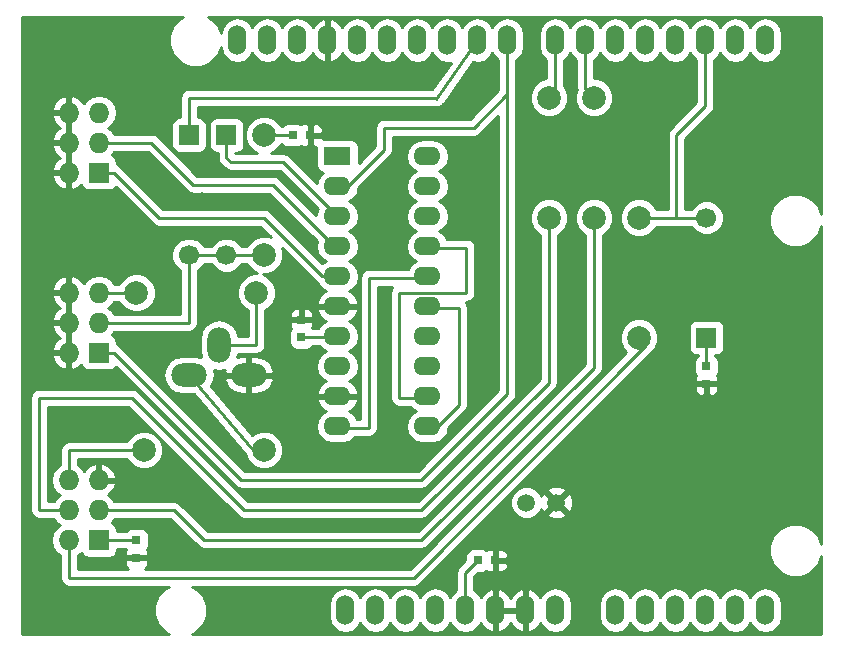
<source format=gbr>
G04 #@! TF.FileFunction,Copper,L2,Bot,Signal*
%FSLAX46Y46*%
G04 Gerber Fmt 4.6, Leading zero omitted, Abs format (unit mm)*
G04 Created by KiCad (PCBNEW (after 2015-mar-04 BZR unknown)-product) date Fri 28 Oct 2016 10:27:18 AM CEST*
%MOMM*%
G01*
G04 APERTURE LIST*
%ADD10C,0.100000*%
%ADD11C,0.970000*%
%ADD12O,1.524000X2.540000*%
%ADD13R,1.727200X1.727200*%
%ADD14O,1.727200X1.727200*%
%ADD15C,1.501140*%
%ADD16R,0.800000X0.750000*%
%ADD17R,0.750000X0.800000*%
%ADD18C,1.699260*%
%ADD19R,1.699260X1.699260*%
%ADD20O,1.998980X2.999740*%
%ADD21O,2.999740X1.998980*%
%ADD22C,1.998980*%
%ADD23R,2.286000X1.574800*%
%ADD24O,2.286000X1.574800*%
%ADD25C,0.250000*%
%ADD26C,1.000000*%
%ADD27C,0.254000*%
G04 APERTURE END LIST*
D10*
D11*
X169164000Y-68072000D03*
X160655000Y-66040000D03*
D12*
X212001100Y-102463600D03*
X209461100Y-102463600D03*
X206921100Y-102463600D03*
X199301100Y-102463600D03*
X201841100Y-102463600D03*
X204381100Y-102463600D03*
X194221100Y-102463600D03*
X191681100Y-102463600D03*
X189141100Y-102463600D03*
X184061100Y-102463600D03*
X181521100Y-102463600D03*
X212001100Y-54203600D03*
X209461100Y-54203600D03*
X206921100Y-54203600D03*
X204381100Y-54203600D03*
X201841100Y-54203600D03*
X199301100Y-54203600D03*
X196761100Y-54203600D03*
X194221100Y-54203600D03*
X190157100Y-54203600D03*
X187617100Y-54203600D03*
X185077100Y-54203600D03*
X182537100Y-54203600D03*
X179997100Y-54203600D03*
X177457100Y-54203600D03*
X174917100Y-54203600D03*
X172377100Y-54203600D03*
X186601100Y-102463600D03*
X169837100Y-54203600D03*
X167297100Y-54203600D03*
X178981100Y-102463600D03*
X176441100Y-102463600D03*
D13*
X155575000Y-96520000D03*
D14*
X153035000Y-96520000D03*
X155575000Y-93980000D03*
X153035000Y-93980000D03*
X155575000Y-91440000D03*
X153035000Y-91440000D03*
D13*
X155575000Y-80645000D03*
D14*
X153035000Y-80645000D03*
X155575000Y-78105000D03*
X153035000Y-78105000D03*
X155575000Y-75565000D03*
X153035000Y-75565000D03*
D13*
X155575000Y-65405000D03*
D14*
X153035000Y-65405000D03*
X155575000Y-62865000D03*
X153035000Y-62865000D03*
X155575000Y-60325000D03*
X153035000Y-60325000D03*
D15*
X194310000Y-93345000D03*
X191770000Y-93345000D03*
D16*
X187641800Y-98247200D03*
X189141800Y-98247200D03*
D17*
X158750000Y-96506600D03*
X158750000Y-98006600D03*
X172720000Y-79363000D03*
X172720000Y-77863000D03*
X207010000Y-81800000D03*
X207010000Y-83300000D03*
D18*
X207010000Y-69215000D03*
D19*
X207010000Y-79375000D03*
D20*
X165735000Y-80010000D03*
D21*
X163195000Y-82550000D03*
X168275000Y-82550000D03*
D22*
X193675000Y-69215000D03*
X193675000Y-59055000D03*
X197485000Y-69215000D03*
X197485000Y-59055000D03*
X201295000Y-69215000D03*
X201295000Y-79375000D03*
X169545000Y-88900000D03*
X159385000Y-88900000D03*
X158750000Y-75565000D03*
X168910000Y-75565000D03*
D16*
X171970000Y-62230000D03*
X173470000Y-62230000D03*
D18*
X166370000Y-72390000D03*
D19*
X166370000Y-62230000D03*
D18*
X163195000Y-72390000D03*
D19*
X163195000Y-62230000D03*
D22*
X169545000Y-62230000D03*
X169545000Y-72390000D03*
D23*
X175768000Y-64008000D03*
D24*
X175768000Y-66548000D03*
X175768000Y-69088000D03*
X175768000Y-71628000D03*
X175768000Y-74168000D03*
X175768000Y-76708000D03*
X175768000Y-79248000D03*
X175768000Y-81788000D03*
X175768000Y-84328000D03*
X175768000Y-86868000D03*
X183388000Y-86868000D03*
X183388000Y-84328000D03*
X183388000Y-81788000D03*
X183388000Y-79248000D03*
X183388000Y-76708000D03*
X183388000Y-74168000D03*
X183388000Y-71628000D03*
X183388000Y-69088000D03*
X183388000Y-66548000D03*
X183388000Y-64008000D03*
D11*
X164338000Y-67564000D03*
D25*
X153035000Y-99695000D02*
X182245000Y-99695000D01*
X182245000Y-99695000D02*
X201930000Y-80010000D01*
X153035000Y-96520000D02*
X153035000Y-99695000D01*
X161925000Y-93980000D02*
X164465000Y-96520000D01*
X164465000Y-96520000D02*
X182880000Y-96520000D01*
X182880000Y-96520000D02*
X197485000Y-81915000D01*
X197485000Y-81915000D02*
X197485000Y-69215000D01*
X155575000Y-93980000D02*
X161925000Y-93980000D01*
X193675000Y-83185000D02*
X182880000Y-93980000D01*
X182880000Y-93980000D02*
X167894000Y-93980000D01*
X167894000Y-93980000D02*
X158369000Y-84455000D01*
X158369000Y-84455000D02*
X150495000Y-84455000D01*
X150495000Y-84455000D02*
X150495000Y-93980000D01*
X150495000Y-93980000D02*
X153035000Y-93980000D01*
X193675000Y-69215000D02*
X193675000Y-83185000D01*
X153035000Y-88900000D02*
X154940000Y-88900000D01*
X154940000Y-88900000D02*
X159385000Y-88900000D01*
X153035000Y-91440000D02*
X153035000Y-88900000D01*
D26*
X164846000Y-68072000D02*
X169164000Y-68072000D01*
D25*
X169545000Y-62230000D02*
X171970000Y-62230000D01*
X186601100Y-99287900D02*
X187641800Y-98247200D01*
X186601100Y-102463600D02*
X186601100Y-99287900D01*
X158736600Y-96520000D02*
X158750000Y-96506600D01*
X155575000Y-96520000D02*
X158736600Y-96520000D01*
X175883000Y-79363000D02*
X175895000Y-79375000D01*
X172720000Y-79363000D02*
X175883000Y-79363000D01*
X207010000Y-79375000D02*
X207010000Y-81800000D01*
X175768000Y-66548000D02*
X176657000Y-66548000D01*
X176657000Y-66548000D02*
X179705000Y-63500000D01*
X179705000Y-63500000D02*
X179705000Y-61595000D01*
X179705000Y-61595000D02*
X187325000Y-61595000D01*
X187325000Y-61595000D02*
X190157100Y-58762900D01*
X190157100Y-58762900D02*
X190157100Y-54203600D01*
X155575000Y-80645000D02*
X156845000Y-80645000D01*
X190157100Y-84162900D02*
X190157100Y-54203600D01*
X182880000Y-91440000D02*
X190157100Y-84162900D01*
X167640000Y-91440000D02*
X182880000Y-91440000D01*
X156845000Y-80645000D02*
X167640000Y-91440000D01*
X163195000Y-72390000D02*
X166370000Y-72390000D01*
X166370000Y-72390000D02*
X169545000Y-72390000D01*
X155575000Y-78105000D02*
X163195000Y-78105000D01*
X163195000Y-78105000D02*
X163195000Y-72390000D01*
X155575000Y-75565000D02*
X158750000Y-75565000D01*
X155575000Y-65405000D02*
X156845000Y-65405000D01*
X174498000Y-74168000D02*
X175768000Y-74168000D01*
X169545000Y-69215000D02*
X174498000Y-74168000D01*
X160655000Y-69215000D02*
X169545000Y-69215000D01*
X156845000Y-65405000D02*
X160655000Y-69215000D01*
X155575000Y-62865000D02*
X160020000Y-62865000D01*
X175514000Y-71628000D02*
X175768000Y-71628000D01*
X170307000Y-66421000D02*
X175514000Y-71628000D01*
X163576000Y-66421000D02*
X170307000Y-66421000D01*
X160020000Y-62865000D02*
X163576000Y-66421000D01*
X166370000Y-62230000D02*
X166370000Y-64135000D01*
X175768000Y-69088000D02*
X175768000Y-69088000D01*
X171196000Y-64516000D02*
X175768000Y-69088000D01*
X166751000Y-64516000D02*
X171196000Y-64516000D01*
X166370000Y-64135000D02*
X166751000Y-64516000D01*
X196761100Y-58331100D02*
X197485000Y-59055000D01*
X196761100Y-54203600D02*
X196761100Y-58331100D01*
X194221100Y-58508900D02*
X193675000Y-59055000D01*
X194221100Y-54203600D02*
X194221100Y-58508900D01*
X178435000Y-86995000D02*
X178435000Y-74295000D01*
X178435000Y-74295000D02*
X183515000Y-74295000D01*
X175895000Y-86995000D02*
X178435000Y-86995000D01*
X184150000Y-86995000D02*
X186055000Y-85090000D01*
X186055000Y-85090000D02*
X186055000Y-76835000D01*
X186055000Y-76835000D02*
X183515000Y-76835000D01*
X183515000Y-86995000D02*
X184150000Y-86995000D01*
X186690000Y-71755000D02*
X186690000Y-75565000D01*
X186690000Y-75565000D02*
X180975000Y-75565000D01*
X180975000Y-75565000D02*
X180975000Y-84455000D01*
X180975000Y-84455000D02*
X183515000Y-84455000D01*
X183515000Y-71755000D02*
X186690000Y-71755000D01*
X168910000Y-80010000D02*
X168910000Y-75565000D01*
X165735000Y-80010000D02*
X168910000Y-80010000D01*
X168656000Y-88900000D02*
X169545000Y-88900000D01*
X163195000Y-82550000D02*
X168656000Y-88900000D01*
X206921100Y-54203600D02*
X206921100Y-55156100D01*
X204470000Y-69215000D02*
X207010000Y-69215000D01*
X201295000Y-69215000D02*
X204470000Y-69215000D01*
X206921100Y-59778900D02*
X204470000Y-62230000D01*
X204470000Y-62230000D02*
X204470000Y-69215000D01*
X206921100Y-54203600D02*
X206921100Y-59778900D01*
X184115456Y-59055000D02*
X184142455Y-59135354D01*
X163195000Y-62230000D02*
X163195000Y-59055000D01*
X184142455Y-59135354D02*
X187617100Y-54203600D01*
X163195000Y-59055000D02*
X184115456Y-59055000D01*
X163195000Y-59055000D02*
X163195000Y-59055000D01*
D27*
G36*
X174767198Y-72897999D02*
X174488812Y-73084010D01*
X170082401Y-68677599D01*
X169835839Y-68512852D01*
X169545000Y-68455000D01*
X160969801Y-68455000D01*
X157382401Y-64867599D01*
X157135839Y-64702852D01*
X157086040Y-64692946D01*
X157086040Y-64541400D01*
X157039063Y-64299277D01*
X156899273Y-64086473D01*
X156688240Y-63944023D01*
X156647340Y-63935820D01*
X156664029Y-63924670D01*
X156864262Y-63625000D01*
X159705198Y-63625000D01*
X163038599Y-66958401D01*
X163285160Y-67123148D01*
X163285161Y-67123148D01*
X163333413Y-67132746D01*
X163576000Y-67181000D01*
X169992198Y-67181000D01*
X174035473Y-71224275D01*
X173955167Y-71628000D01*
X174063441Y-72172329D01*
X174371778Y-72633789D01*
X174767198Y-72897999D01*
X174767198Y-72897999D01*
G37*
X174767198Y-72897999D02*
X174488812Y-73084010D01*
X170082401Y-68677599D01*
X169835839Y-68512852D01*
X169545000Y-68455000D01*
X160969801Y-68455000D01*
X157382401Y-64867599D01*
X157135839Y-64702852D01*
X157086040Y-64692946D01*
X157086040Y-64541400D01*
X157039063Y-64299277D01*
X156899273Y-64086473D01*
X156688240Y-63944023D01*
X156647340Y-63935820D01*
X156664029Y-63924670D01*
X156864262Y-63625000D01*
X159705198Y-63625000D01*
X163038599Y-66958401D01*
X163285160Y-67123148D01*
X163285161Y-67123148D01*
X163333413Y-67132746D01*
X163576000Y-67181000D01*
X169992198Y-67181000D01*
X174035473Y-71224275D01*
X173955167Y-71628000D01*
X174063441Y-72172329D01*
X174371778Y-72633789D01*
X174767198Y-72897999D01*
G36*
X189397100Y-83848098D02*
X187450000Y-85795198D01*
X187450000Y-75565000D01*
X187450000Y-71755000D01*
X187392148Y-71464161D01*
X187227401Y-71217599D01*
X186980839Y-71052852D01*
X186690000Y-70995000D01*
X185033311Y-70995000D01*
X184784222Y-70622211D01*
X184388801Y-70357999D01*
X184784222Y-70093789D01*
X185092559Y-69632329D01*
X185200833Y-69088000D01*
X185092559Y-68543671D01*
X184784222Y-68082211D01*
X184388801Y-67818000D01*
X184784222Y-67553789D01*
X185092559Y-67092329D01*
X185200833Y-66548000D01*
X185092559Y-66003671D01*
X184784222Y-65542211D01*
X184388801Y-65278000D01*
X184784222Y-65013789D01*
X185092559Y-64552329D01*
X185200833Y-64008000D01*
X185092559Y-63463671D01*
X184784222Y-63002211D01*
X184322762Y-62693874D01*
X183778433Y-62585600D01*
X182997567Y-62585600D01*
X182453238Y-62693874D01*
X181991778Y-63002211D01*
X181683441Y-63463671D01*
X181575167Y-64008000D01*
X181683441Y-64552329D01*
X181991778Y-65013789D01*
X182387198Y-65278000D01*
X181991778Y-65542211D01*
X181683441Y-66003671D01*
X181575167Y-66548000D01*
X181683441Y-67092329D01*
X181991778Y-67553789D01*
X182387198Y-67818000D01*
X181991778Y-68082211D01*
X181683441Y-68543671D01*
X181575167Y-69088000D01*
X181683441Y-69632329D01*
X181991778Y-70093789D01*
X182387198Y-70357999D01*
X181991778Y-70622211D01*
X181683441Y-71083671D01*
X181575167Y-71628000D01*
X181683441Y-72172329D01*
X181991778Y-72633789D01*
X182387198Y-72897999D01*
X181991778Y-73162211D01*
X181742688Y-73535000D01*
X178435000Y-73535000D01*
X178144161Y-73592852D01*
X177897599Y-73757599D01*
X177732852Y-74004161D01*
X177675000Y-74295000D01*
X177675000Y-86235000D01*
X177580833Y-86235000D01*
X177580833Y-81788000D01*
X177472559Y-81243671D01*
X177164222Y-80782211D01*
X176768801Y-80517999D01*
X177164222Y-80253789D01*
X177472559Y-79792329D01*
X177580833Y-79248000D01*
X177472559Y-78703671D01*
X177164222Y-78242211D01*
X176769170Y-77978246D01*
X176785262Y-77973525D01*
X177219191Y-77623986D01*
X177486327Y-77134996D01*
X177503010Y-77055060D01*
X177380852Y-76835000D01*
X175895000Y-76835000D01*
X175895000Y-76855000D01*
X175641000Y-76855000D01*
X175641000Y-76835000D01*
X174155148Y-76835000D01*
X174032990Y-77055060D01*
X174049673Y-77134996D01*
X174316809Y-77623986D01*
X174750738Y-77973525D01*
X174766829Y-77978246D01*
X174371778Y-78242211D01*
X174130707Y-78603000D01*
X173641486Y-78603000D01*
X173730000Y-78389309D01*
X173730000Y-78148750D01*
X173730000Y-77577250D01*
X173730000Y-77336691D01*
X173633327Y-77103302D01*
X173454699Y-76924673D01*
X173221310Y-76828000D01*
X173005750Y-76828000D01*
X172847000Y-76986750D01*
X172847000Y-77736000D01*
X173571250Y-77736000D01*
X173730000Y-77577250D01*
X173730000Y-78148750D01*
X173571250Y-77990000D01*
X172847000Y-77990000D01*
X172847000Y-78010000D01*
X172593000Y-78010000D01*
X172593000Y-77990000D01*
X172593000Y-77736000D01*
X172593000Y-76986750D01*
X172434250Y-76828000D01*
X172218690Y-76828000D01*
X171985301Y-76924673D01*
X171806673Y-77103302D01*
X171710000Y-77336691D01*
X171710000Y-77577250D01*
X171868750Y-77736000D01*
X172593000Y-77736000D01*
X172593000Y-77990000D01*
X171868750Y-77990000D01*
X171710000Y-78148750D01*
X171710000Y-78389309D01*
X171806673Y-78622698D01*
X171807955Y-78623980D01*
X171747623Y-78713360D01*
X171697560Y-78963000D01*
X171697560Y-79763000D01*
X171744537Y-80005123D01*
X171884327Y-80217927D01*
X172095360Y-80360377D01*
X172345000Y-80410440D01*
X173095000Y-80410440D01*
X173337123Y-80363463D01*
X173549927Y-80223673D01*
X173617882Y-80123000D01*
X174284387Y-80123000D01*
X174371778Y-80253789D01*
X174767198Y-80517999D01*
X174371778Y-80782211D01*
X174063441Y-81243671D01*
X173955167Y-81788000D01*
X174063441Y-82332329D01*
X174371778Y-82793789D01*
X174766829Y-83057753D01*
X174750738Y-83062475D01*
X174316809Y-83412014D01*
X174049673Y-83901004D01*
X174032990Y-83980940D01*
X174155148Y-84201000D01*
X175641000Y-84201000D01*
X175641000Y-84181000D01*
X175895000Y-84181000D01*
X175895000Y-84201000D01*
X177380852Y-84201000D01*
X177503010Y-83980940D01*
X177486327Y-83901004D01*
X177219191Y-83412014D01*
X176785262Y-83062475D01*
X176769170Y-83057753D01*
X177164222Y-82793789D01*
X177472559Y-82332329D01*
X177580833Y-81788000D01*
X177580833Y-86235000D01*
X177413311Y-86235000D01*
X177164222Y-85862211D01*
X176769170Y-85598246D01*
X176785262Y-85593525D01*
X177219191Y-85243986D01*
X177486327Y-84754996D01*
X177503010Y-84675060D01*
X177380852Y-84455000D01*
X175895000Y-84455000D01*
X175895000Y-84475000D01*
X175641000Y-84475000D01*
X175641000Y-84455000D01*
X174155148Y-84455000D01*
X174032990Y-84675060D01*
X174049673Y-84754996D01*
X174316809Y-85243986D01*
X174750738Y-85593525D01*
X174766829Y-85598246D01*
X174371778Y-85862211D01*
X174063441Y-86323671D01*
X173955167Y-86868000D01*
X174063441Y-87412329D01*
X174371778Y-87873789D01*
X174833238Y-88182126D01*
X175377567Y-88290400D01*
X176158433Y-88290400D01*
X176702762Y-88182126D01*
X177164222Y-87873789D01*
X177243594Y-87755000D01*
X178435000Y-87755000D01*
X178725839Y-87697148D01*
X178972401Y-87532401D01*
X179137148Y-87285839D01*
X179195000Y-86995000D01*
X179195000Y-75055000D01*
X180419290Y-75055000D01*
X180272852Y-75274161D01*
X180215000Y-75565000D01*
X180215000Y-84455000D01*
X180272852Y-84745839D01*
X180437599Y-84992401D01*
X180684161Y-85157148D01*
X180975000Y-85215000D01*
X181912405Y-85215000D01*
X181991778Y-85333789D01*
X182387198Y-85597999D01*
X181991778Y-85862211D01*
X181683441Y-86323671D01*
X181575167Y-86868000D01*
X181683441Y-87412329D01*
X181991778Y-87873789D01*
X182453238Y-88182126D01*
X182997567Y-88290400D01*
X183778433Y-88290400D01*
X184322762Y-88182126D01*
X184784222Y-87873789D01*
X185092559Y-87412329D01*
X185163346Y-87056455D01*
X186592401Y-85627401D01*
X186757148Y-85380839D01*
X186815000Y-85090000D01*
X186815000Y-76835000D01*
X186757148Y-76544161D01*
X186610709Y-76325000D01*
X186690000Y-76325000D01*
X186980839Y-76267148D01*
X187227401Y-76102401D01*
X187392148Y-75855839D01*
X187450000Y-75565000D01*
X187450000Y-85795198D01*
X182565198Y-90680000D01*
X167954802Y-90680000D01*
X157382401Y-80107599D01*
X157135839Y-79942852D01*
X157086040Y-79932946D01*
X157086040Y-79781400D01*
X157039063Y-79539277D01*
X156899273Y-79326473D01*
X156688240Y-79184023D01*
X156647340Y-79175820D01*
X156664029Y-79164670D01*
X156864262Y-78865000D01*
X163195000Y-78865000D01*
X163485839Y-78807148D01*
X163732401Y-78642401D01*
X163897148Y-78395839D01*
X163955000Y-78105000D01*
X163955000Y-73682346D01*
X164034877Y-73649342D01*
X164452874Y-73232074D01*
X164486954Y-73150000D01*
X165077653Y-73150000D01*
X165110658Y-73229877D01*
X165527926Y-73647874D01*
X166073393Y-73874372D01*
X166664016Y-73874888D01*
X167209877Y-73649342D01*
X167627874Y-73232074D01*
X167661954Y-73150000D01*
X168090503Y-73150000D01*
X168158538Y-73314655D01*
X168617927Y-73774846D01*
X168992979Y-73930581D01*
X168586306Y-73930226D01*
X167985345Y-74178538D01*
X167525154Y-74637927D01*
X167275794Y-75238453D01*
X167275226Y-75888694D01*
X167523538Y-76489655D01*
X167982927Y-76949846D01*
X168150000Y-77019220D01*
X168150000Y-79250000D01*
X167326167Y-79250000D01*
X167245072Y-78842303D01*
X166890759Y-78312036D01*
X166360492Y-77957723D01*
X165735000Y-77833305D01*
X165109508Y-77957723D01*
X164579241Y-78312036D01*
X164224928Y-78842303D01*
X164100510Y-79467795D01*
X164100510Y-80552205D01*
X164190719Y-81005719D01*
X163737205Y-80915510D01*
X162652795Y-80915510D01*
X162027303Y-81039928D01*
X161497036Y-81394241D01*
X161142723Y-81924508D01*
X161018305Y-82550000D01*
X161142723Y-83175492D01*
X161497036Y-83705759D01*
X162027303Y-84060072D01*
X162652795Y-84184490D01*
X163598267Y-84184490D01*
X167910248Y-89198421D01*
X167910226Y-89223694D01*
X168158538Y-89824655D01*
X168617927Y-90284846D01*
X169218453Y-90534206D01*
X169868694Y-90534774D01*
X170469655Y-90286462D01*
X170929846Y-89827073D01*
X171179206Y-89226547D01*
X171179774Y-88576306D01*
X170931462Y-87975345D01*
X170472073Y-87515154D01*
X170364999Y-87470693D01*
X170364999Y-82930354D01*
X170364999Y-82169646D01*
X170334053Y-82041841D01*
X170020942Y-81484044D01*
X169518205Y-81088529D01*
X168902380Y-80915510D01*
X168402000Y-80915510D01*
X168402000Y-82423000D01*
X170245645Y-82423000D01*
X170364999Y-82169646D01*
X170364999Y-82930354D01*
X170245645Y-82677000D01*
X168402000Y-82677000D01*
X168402000Y-84184490D01*
X168902380Y-84184490D01*
X169518205Y-84011471D01*
X170020942Y-83615956D01*
X170334053Y-83058159D01*
X170364999Y-82930354D01*
X170364999Y-87470693D01*
X169871547Y-87265794D01*
X169221306Y-87265226D01*
X168620345Y-87513538D01*
X168537316Y-87596422D01*
X168148000Y-87143728D01*
X168148000Y-84184490D01*
X168148000Y-82677000D01*
X166304355Y-82677000D01*
X166185001Y-82930354D01*
X166215947Y-83058159D01*
X166529058Y-83615956D01*
X167031795Y-84011471D01*
X167647620Y-84184490D01*
X168148000Y-84184490D01*
X168148000Y-87143728D01*
X165023428Y-83510505D01*
X165247277Y-83175492D01*
X165371695Y-82550000D01*
X165281485Y-82096485D01*
X165735000Y-82186695D01*
X166203434Y-82093517D01*
X166185001Y-82169646D01*
X166304355Y-82423000D01*
X168148000Y-82423000D01*
X168148000Y-80915510D01*
X167647620Y-80915510D01*
X167276483Y-81019782D01*
X167326167Y-80770000D01*
X168910000Y-80770000D01*
X169200839Y-80712148D01*
X169447401Y-80547401D01*
X169612148Y-80300839D01*
X169670000Y-80010000D01*
X169670000Y-77019496D01*
X169834655Y-76951462D01*
X170294846Y-76492073D01*
X170544206Y-75891547D01*
X170544774Y-75241306D01*
X170296462Y-74640345D01*
X169837073Y-74180154D01*
X169462020Y-74024418D01*
X169868694Y-74024774D01*
X170469655Y-73776462D01*
X170929846Y-73317073D01*
X171179206Y-72716547D01*
X171179774Y-72066306D01*
X171079977Y-71824779D01*
X173960599Y-74705401D01*
X174138025Y-74823953D01*
X174371778Y-75173789D01*
X174766829Y-75437753D01*
X174750738Y-75442475D01*
X174316809Y-75792014D01*
X174049673Y-76281004D01*
X174032990Y-76360940D01*
X174155148Y-76581000D01*
X175641000Y-76581000D01*
X175641000Y-76561000D01*
X175895000Y-76561000D01*
X175895000Y-76581000D01*
X177380852Y-76581000D01*
X177503010Y-76360940D01*
X177486327Y-76281004D01*
X177219191Y-75792014D01*
X176785262Y-75442475D01*
X176769170Y-75437753D01*
X177164222Y-75173789D01*
X177472559Y-74712329D01*
X177580833Y-74168000D01*
X177472559Y-73623671D01*
X177164222Y-73162211D01*
X176768801Y-72897999D01*
X177164222Y-72633789D01*
X177472559Y-72172329D01*
X177580833Y-71628000D01*
X177472559Y-71083671D01*
X177164222Y-70622211D01*
X176768801Y-70358000D01*
X177164222Y-70093789D01*
X177472559Y-69632329D01*
X177580833Y-69088000D01*
X177472559Y-68543671D01*
X177164222Y-68082211D01*
X176768801Y-67818000D01*
X177164222Y-67553789D01*
X177472559Y-67092329D01*
X177543346Y-66736455D01*
X180242401Y-64037401D01*
X180407148Y-63790839D01*
X180465000Y-63500000D01*
X180465000Y-62355000D01*
X187325000Y-62355000D01*
X187615839Y-62297148D01*
X187862401Y-62132401D01*
X189397100Y-60597702D01*
X189397100Y-83848098D01*
X189397100Y-83848098D01*
G37*
X189397100Y-83848098D02*
X187450000Y-85795198D01*
X187450000Y-75565000D01*
X187450000Y-71755000D01*
X187392148Y-71464161D01*
X187227401Y-71217599D01*
X186980839Y-71052852D01*
X186690000Y-70995000D01*
X185033311Y-70995000D01*
X184784222Y-70622211D01*
X184388801Y-70357999D01*
X184784222Y-70093789D01*
X185092559Y-69632329D01*
X185200833Y-69088000D01*
X185092559Y-68543671D01*
X184784222Y-68082211D01*
X184388801Y-67818000D01*
X184784222Y-67553789D01*
X185092559Y-67092329D01*
X185200833Y-66548000D01*
X185092559Y-66003671D01*
X184784222Y-65542211D01*
X184388801Y-65278000D01*
X184784222Y-65013789D01*
X185092559Y-64552329D01*
X185200833Y-64008000D01*
X185092559Y-63463671D01*
X184784222Y-63002211D01*
X184322762Y-62693874D01*
X183778433Y-62585600D01*
X182997567Y-62585600D01*
X182453238Y-62693874D01*
X181991778Y-63002211D01*
X181683441Y-63463671D01*
X181575167Y-64008000D01*
X181683441Y-64552329D01*
X181991778Y-65013789D01*
X182387198Y-65278000D01*
X181991778Y-65542211D01*
X181683441Y-66003671D01*
X181575167Y-66548000D01*
X181683441Y-67092329D01*
X181991778Y-67553789D01*
X182387198Y-67818000D01*
X181991778Y-68082211D01*
X181683441Y-68543671D01*
X181575167Y-69088000D01*
X181683441Y-69632329D01*
X181991778Y-70093789D01*
X182387198Y-70357999D01*
X181991778Y-70622211D01*
X181683441Y-71083671D01*
X181575167Y-71628000D01*
X181683441Y-72172329D01*
X181991778Y-72633789D01*
X182387198Y-72897999D01*
X181991778Y-73162211D01*
X181742688Y-73535000D01*
X178435000Y-73535000D01*
X178144161Y-73592852D01*
X177897599Y-73757599D01*
X177732852Y-74004161D01*
X177675000Y-74295000D01*
X177675000Y-86235000D01*
X177580833Y-86235000D01*
X177580833Y-81788000D01*
X177472559Y-81243671D01*
X177164222Y-80782211D01*
X176768801Y-80517999D01*
X177164222Y-80253789D01*
X177472559Y-79792329D01*
X177580833Y-79248000D01*
X177472559Y-78703671D01*
X177164222Y-78242211D01*
X176769170Y-77978246D01*
X176785262Y-77973525D01*
X177219191Y-77623986D01*
X177486327Y-77134996D01*
X177503010Y-77055060D01*
X177380852Y-76835000D01*
X175895000Y-76835000D01*
X175895000Y-76855000D01*
X175641000Y-76855000D01*
X175641000Y-76835000D01*
X174155148Y-76835000D01*
X174032990Y-77055060D01*
X174049673Y-77134996D01*
X174316809Y-77623986D01*
X174750738Y-77973525D01*
X174766829Y-77978246D01*
X174371778Y-78242211D01*
X174130707Y-78603000D01*
X173641486Y-78603000D01*
X173730000Y-78389309D01*
X173730000Y-78148750D01*
X173730000Y-77577250D01*
X173730000Y-77336691D01*
X173633327Y-77103302D01*
X173454699Y-76924673D01*
X173221310Y-76828000D01*
X173005750Y-76828000D01*
X172847000Y-76986750D01*
X172847000Y-77736000D01*
X173571250Y-77736000D01*
X173730000Y-77577250D01*
X173730000Y-78148750D01*
X173571250Y-77990000D01*
X172847000Y-77990000D01*
X172847000Y-78010000D01*
X172593000Y-78010000D01*
X172593000Y-77990000D01*
X172593000Y-77736000D01*
X172593000Y-76986750D01*
X172434250Y-76828000D01*
X172218690Y-76828000D01*
X171985301Y-76924673D01*
X171806673Y-77103302D01*
X171710000Y-77336691D01*
X171710000Y-77577250D01*
X171868750Y-77736000D01*
X172593000Y-77736000D01*
X172593000Y-77990000D01*
X171868750Y-77990000D01*
X171710000Y-78148750D01*
X171710000Y-78389309D01*
X171806673Y-78622698D01*
X171807955Y-78623980D01*
X171747623Y-78713360D01*
X171697560Y-78963000D01*
X171697560Y-79763000D01*
X171744537Y-80005123D01*
X171884327Y-80217927D01*
X172095360Y-80360377D01*
X172345000Y-80410440D01*
X173095000Y-80410440D01*
X173337123Y-80363463D01*
X173549927Y-80223673D01*
X173617882Y-80123000D01*
X174284387Y-80123000D01*
X174371778Y-80253789D01*
X174767198Y-80517999D01*
X174371778Y-80782211D01*
X174063441Y-81243671D01*
X173955167Y-81788000D01*
X174063441Y-82332329D01*
X174371778Y-82793789D01*
X174766829Y-83057753D01*
X174750738Y-83062475D01*
X174316809Y-83412014D01*
X174049673Y-83901004D01*
X174032990Y-83980940D01*
X174155148Y-84201000D01*
X175641000Y-84201000D01*
X175641000Y-84181000D01*
X175895000Y-84181000D01*
X175895000Y-84201000D01*
X177380852Y-84201000D01*
X177503010Y-83980940D01*
X177486327Y-83901004D01*
X177219191Y-83412014D01*
X176785262Y-83062475D01*
X176769170Y-83057753D01*
X177164222Y-82793789D01*
X177472559Y-82332329D01*
X177580833Y-81788000D01*
X177580833Y-86235000D01*
X177413311Y-86235000D01*
X177164222Y-85862211D01*
X176769170Y-85598246D01*
X176785262Y-85593525D01*
X177219191Y-85243986D01*
X177486327Y-84754996D01*
X177503010Y-84675060D01*
X177380852Y-84455000D01*
X175895000Y-84455000D01*
X175895000Y-84475000D01*
X175641000Y-84475000D01*
X175641000Y-84455000D01*
X174155148Y-84455000D01*
X174032990Y-84675060D01*
X174049673Y-84754996D01*
X174316809Y-85243986D01*
X174750738Y-85593525D01*
X174766829Y-85598246D01*
X174371778Y-85862211D01*
X174063441Y-86323671D01*
X173955167Y-86868000D01*
X174063441Y-87412329D01*
X174371778Y-87873789D01*
X174833238Y-88182126D01*
X175377567Y-88290400D01*
X176158433Y-88290400D01*
X176702762Y-88182126D01*
X177164222Y-87873789D01*
X177243594Y-87755000D01*
X178435000Y-87755000D01*
X178725839Y-87697148D01*
X178972401Y-87532401D01*
X179137148Y-87285839D01*
X179195000Y-86995000D01*
X179195000Y-75055000D01*
X180419290Y-75055000D01*
X180272852Y-75274161D01*
X180215000Y-75565000D01*
X180215000Y-84455000D01*
X180272852Y-84745839D01*
X180437599Y-84992401D01*
X180684161Y-85157148D01*
X180975000Y-85215000D01*
X181912405Y-85215000D01*
X181991778Y-85333789D01*
X182387198Y-85597999D01*
X181991778Y-85862211D01*
X181683441Y-86323671D01*
X181575167Y-86868000D01*
X181683441Y-87412329D01*
X181991778Y-87873789D01*
X182453238Y-88182126D01*
X182997567Y-88290400D01*
X183778433Y-88290400D01*
X184322762Y-88182126D01*
X184784222Y-87873789D01*
X185092559Y-87412329D01*
X185163346Y-87056455D01*
X186592401Y-85627401D01*
X186757148Y-85380839D01*
X186815000Y-85090000D01*
X186815000Y-76835000D01*
X186757148Y-76544161D01*
X186610709Y-76325000D01*
X186690000Y-76325000D01*
X186980839Y-76267148D01*
X187227401Y-76102401D01*
X187392148Y-75855839D01*
X187450000Y-75565000D01*
X187450000Y-85795198D01*
X182565198Y-90680000D01*
X167954802Y-90680000D01*
X157382401Y-80107599D01*
X157135839Y-79942852D01*
X157086040Y-79932946D01*
X157086040Y-79781400D01*
X157039063Y-79539277D01*
X156899273Y-79326473D01*
X156688240Y-79184023D01*
X156647340Y-79175820D01*
X156664029Y-79164670D01*
X156864262Y-78865000D01*
X163195000Y-78865000D01*
X163485839Y-78807148D01*
X163732401Y-78642401D01*
X163897148Y-78395839D01*
X163955000Y-78105000D01*
X163955000Y-73682346D01*
X164034877Y-73649342D01*
X164452874Y-73232074D01*
X164486954Y-73150000D01*
X165077653Y-73150000D01*
X165110658Y-73229877D01*
X165527926Y-73647874D01*
X166073393Y-73874372D01*
X166664016Y-73874888D01*
X167209877Y-73649342D01*
X167627874Y-73232074D01*
X167661954Y-73150000D01*
X168090503Y-73150000D01*
X168158538Y-73314655D01*
X168617927Y-73774846D01*
X168992979Y-73930581D01*
X168586306Y-73930226D01*
X167985345Y-74178538D01*
X167525154Y-74637927D01*
X167275794Y-75238453D01*
X167275226Y-75888694D01*
X167523538Y-76489655D01*
X167982927Y-76949846D01*
X168150000Y-77019220D01*
X168150000Y-79250000D01*
X167326167Y-79250000D01*
X167245072Y-78842303D01*
X166890759Y-78312036D01*
X166360492Y-77957723D01*
X165735000Y-77833305D01*
X165109508Y-77957723D01*
X164579241Y-78312036D01*
X164224928Y-78842303D01*
X164100510Y-79467795D01*
X164100510Y-80552205D01*
X164190719Y-81005719D01*
X163737205Y-80915510D01*
X162652795Y-80915510D01*
X162027303Y-81039928D01*
X161497036Y-81394241D01*
X161142723Y-81924508D01*
X161018305Y-82550000D01*
X161142723Y-83175492D01*
X161497036Y-83705759D01*
X162027303Y-84060072D01*
X162652795Y-84184490D01*
X163598267Y-84184490D01*
X167910248Y-89198421D01*
X167910226Y-89223694D01*
X168158538Y-89824655D01*
X168617927Y-90284846D01*
X169218453Y-90534206D01*
X169868694Y-90534774D01*
X170469655Y-90286462D01*
X170929846Y-89827073D01*
X171179206Y-89226547D01*
X171179774Y-88576306D01*
X170931462Y-87975345D01*
X170472073Y-87515154D01*
X170364999Y-87470693D01*
X170364999Y-82930354D01*
X170364999Y-82169646D01*
X170334053Y-82041841D01*
X170020942Y-81484044D01*
X169518205Y-81088529D01*
X168902380Y-80915510D01*
X168402000Y-80915510D01*
X168402000Y-82423000D01*
X170245645Y-82423000D01*
X170364999Y-82169646D01*
X170364999Y-82930354D01*
X170245645Y-82677000D01*
X168402000Y-82677000D01*
X168402000Y-84184490D01*
X168902380Y-84184490D01*
X169518205Y-84011471D01*
X170020942Y-83615956D01*
X170334053Y-83058159D01*
X170364999Y-82930354D01*
X170364999Y-87470693D01*
X169871547Y-87265794D01*
X169221306Y-87265226D01*
X168620345Y-87513538D01*
X168537316Y-87596422D01*
X168148000Y-87143728D01*
X168148000Y-84184490D01*
X168148000Y-82677000D01*
X166304355Y-82677000D01*
X166185001Y-82930354D01*
X166215947Y-83058159D01*
X166529058Y-83615956D01*
X167031795Y-84011471D01*
X167647620Y-84184490D01*
X168148000Y-84184490D01*
X168148000Y-87143728D01*
X165023428Y-83510505D01*
X165247277Y-83175492D01*
X165371695Y-82550000D01*
X165281485Y-82096485D01*
X165735000Y-82186695D01*
X166203434Y-82093517D01*
X166185001Y-82169646D01*
X166304355Y-82423000D01*
X168148000Y-82423000D01*
X168148000Y-80915510D01*
X167647620Y-80915510D01*
X167276483Y-81019782D01*
X167326167Y-80770000D01*
X168910000Y-80770000D01*
X169200839Y-80712148D01*
X169447401Y-80547401D01*
X169612148Y-80300839D01*
X169670000Y-80010000D01*
X169670000Y-77019496D01*
X169834655Y-76951462D01*
X170294846Y-76492073D01*
X170544206Y-75891547D01*
X170544774Y-75241306D01*
X170296462Y-74640345D01*
X169837073Y-74180154D01*
X169462020Y-74024418D01*
X169868694Y-74024774D01*
X170469655Y-73776462D01*
X170929846Y-73317073D01*
X171179206Y-72716547D01*
X171179774Y-72066306D01*
X171079977Y-71824779D01*
X173960599Y-74705401D01*
X174138025Y-74823953D01*
X174371778Y-75173789D01*
X174766829Y-75437753D01*
X174750738Y-75442475D01*
X174316809Y-75792014D01*
X174049673Y-76281004D01*
X174032990Y-76360940D01*
X174155148Y-76581000D01*
X175641000Y-76581000D01*
X175641000Y-76561000D01*
X175895000Y-76561000D01*
X175895000Y-76581000D01*
X177380852Y-76581000D01*
X177503010Y-76360940D01*
X177486327Y-76281004D01*
X177219191Y-75792014D01*
X176785262Y-75442475D01*
X176769170Y-75437753D01*
X177164222Y-75173789D01*
X177472559Y-74712329D01*
X177580833Y-74168000D01*
X177472559Y-73623671D01*
X177164222Y-73162211D01*
X176768801Y-72897999D01*
X177164222Y-72633789D01*
X177472559Y-72172329D01*
X177580833Y-71628000D01*
X177472559Y-71083671D01*
X177164222Y-70622211D01*
X176768801Y-70358000D01*
X177164222Y-70093789D01*
X177472559Y-69632329D01*
X177580833Y-69088000D01*
X177472559Y-68543671D01*
X177164222Y-68082211D01*
X176768801Y-67818000D01*
X177164222Y-67553789D01*
X177472559Y-67092329D01*
X177543346Y-66736455D01*
X180242401Y-64037401D01*
X180407148Y-63790839D01*
X180465000Y-63500000D01*
X180465000Y-62355000D01*
X187325000Y-62355000D01*
X187615839Y-62297148D01*
X187862401Y-62132401D01*
X189397100Y-60597702D01*
X189397100Y-83848098D01*
G36*
X216739000Y-104471000D02*
X213398100Y-104471000D01*
X213398100Y-103008921D01*
X213398100Y-101918279D01*
X213291760Y-101383670D01*
X212988928Y-100930451D01*
X212535709Y-100627619D01*
X212001100Y-100521279D01*
X211466491Y-100627619D01*
X211013272Y-100930451D01*
X210731100Y-101352750D01*
X210448928Y-100930451D01*
X209995709Y-100627619D01*
X209461100Y-100521279D01*
X208926491Y-100627619D01*
X208507070Y-100907867D01*
X208507070Y-80224630D01*
X208507070Y-78525370D01*
X208460093Y-78283247D01*
X208320303Y-78070443D01*
X208109270Y-77927993D01*
X207859630Y-77877930D01*
X206160370Y-77877930D01*
X205918247Y-77924907D01*
X205705443Y-78064697D01*
X205562993Y-78275730D01*
X205512930Y-78525370D01*
X205512930Y-80224630D01*
X205559907Y-80466753D01*
X205699697Y-80679557D01*
X205910730Y-80822007D01*
X206160370Y-80872070D01*
X206250000Y-80872070D01*
X206250000Y-80893392D01*
X206180073Y-80939327D01*
X206037623Y-81150360D01*
X205987560Y-81400000D01*
X205987560Y-82200000D01*
X206034537Y-82442123D01*
X206098095Y-82538879D01*
X206096673Y-82540302D01*
X206000000Y-82773691D01*
X206000000Y-83014250D01*
X206158750Y-83173000D01*
X206883000Y-83173000D01*
X206883000Y-83153000D01*
X207137000Y-83153000D01*
X207137000Y-83173000D01*
X207861250Y-83173000D01*
X208020000Y-83014250D01*
X208020000Y-82773691D01*
X207923327Y-82540302D01*
X207922044Y-82539019D01*
X207982377Y-82449640D01*
X208032440Y-82200000D01*
X208032440Y-81400000D01*
X207985463Y-81157877D01*
X207845673Y-80945073D01*
X207770000Y-80893992D01*
X207770000Y-80872070D01*
X207859630Y-80872070D01*
X208101753Y-80825093D01*
X208314557Y-80685303D01*
X208457007Y-80474270D01*
X208507070Y-80224630D01*
X208507070Y-100907867D01*
X208473272Y-100930451D01*
X208191100Y-101352750D01*
X208020000Y-101096681D01*
X208020000Y-83826309D01*
X208020000Y-83585750D01*
X207861250Y-83427000D01*
X207137000Y-83427000D01*
X207137000Y-84176250D01*
X207295750Y-84335000D01*
X207511310Y-84335000D01*
X207744699Y-84238327D01*
X207923327Y-84059698D01*
X208020000Y-83826309D01*
X208020000Y-101096681D01*
X207908928Y-100930451D01*
X207455709Y-100627619D01*
X206921100Y-100521279D01*
X206883000Y-100528857D01*
X206883000Y-84176250D01*
X206883000Y-83427000D01*
X206158750Y-83427000D01*
X206000000Y-83585750D01*
X206000000Y-83826309D01*
X206096673Y-84059698D01*
X206275301Y-84238327D01*
X206508690Y-84335000D01*
X206724250Y-84335000D01*
X206883000Y-84176250D01*
X206883000Y-100528857D01*
X206386491Y-100627619D01*
X205933272Y-100930451D01*
X205651100Y-101352750D01*
X205368928Y-100930451D01*
X204915709Y-100627619D01*
X204381100Y-100521279D01*
X203846491Y-100627619D01*
X203393272Y-100930451D01*
X203111100Y-101352750D01*
X202828928Y-100930451D01*
X202375709Y-100627619D01*
X201841100Y-100521279D01*
X201306491Y-100627619D01*
X200853272Y-100930451D01*
X200571100Y-101352750D01*
X200288928Y-100930451D01*
X199835709Y-100627619D01*
X199301100Y-100521279D01*
X198766491Y-100627619D01*
X198313272Y-100930451D01*
X198010440Y-101383670D01*
X197904100Y-101918279D01*
X197904100Y-103008921D01*
X198010440Y-103543530D01*
X198313272Y-103996749D01*
X198766491Y-104299581D01*
X199301100Y-104405921D01*
X199835709Y-104299581D01*
X200288928Y-103996749D01*
X200571100Y-103574449D01*
X200853272Y-103996749D01*
X201306491Y-104299581D01*
X201841100Y-104405921D01*
X202375709Y-104299581D01*
X202828928Y-103996749D01*
X203111100Y-103574449D01*
X203393272Y-103996749D01*
X203846491Y-104299581D01*
X204381100Y-104405921D01*
X204915709Y-104299581D01*
X205368928Y-103996749D01*
X205651100Y-103574449D01*
X205933272Y-103996749D01*
X206386491Y-104299581D01*
X206921100Y-104405921D01*
X207455709Y-104299581D01*
X207908928Y-103996749D01*
X208191100Y-103574449D01*
X208473272Y-103996749D01*
X208926491Y-104299581D01*
X209461100Y-104405921D01*
X209995709Y-104299581D01*
X210448928Y-103996749D01*
X210731100Y-103574449D01*
X211013272Y-103996749D01*
X211466491Y-104299581D01*
X212001100Y-104405921D01*
X212535709Y-104299581D01*
X212988928Y-103996749D01*
X213291760Y-103543530D01*
X213398100Y-103008921D01*
X213398100Y-104471000D01*
X195707767Y-104471000D01*
X195707767Y-93549966D01*
X195679805Y-92999462D01*
X195522931Y-92620735D01*
X195281930Y-92552675D01*
X195102325Y-92732280D01*
X195102325Y-92373070D01*
X195034265Y-92132069D01*
X194514966Y-91947233D01*
X193964462Y-91975195D01*
X193585735Y-92132069D01*
X193517675Y-92373070D01*
X194310000Y-93165395D01*
X195102325Y-92373070D01*
X195102325Y-92732280D01*
X194489605Y-93345000D01*
X195281930Y-94137325D01*
X195522931Y-94069265D01*
X195707767Y-93549966D01*
X195707767Y-104471000D01*
X195618100Y-104471000D01*
X195618100Y-103008921D01*
X195618100Y-101918279D01*
X195511760Y-101383670D01*
X195208928Y-100930451D01*
X195102325Y-100859220D01*
X195102325Y-94316930D01*
X194310000Y-93524605D01*
X194130395Y-93704210D01*
X194130395Y-93345000D01*
X193338070Y-92552675D01*
X193097069Y-92620735D01*
X193038231Y-92786040D01*
X192945314Y-92561163D01*
X192555887Y-92171056D01*
X192046816Y-91959671D01*
X191495602Y-91959190D01*
X190986163Y-92169686D01*
X190596056Y-92559113D01*
X190384671Y-93068184D01*
X190384190Y-93619398D01*
X190594686Y-94128837D01*
X190984113Y-94518944D01*
X191493184Y-94730329D01*
X192044398Y-94730810D01*
X192553837Y-94520314D01*
X192943944Y-94130887D01*
X193033378Y-93915503D01*
X193097069Y-94069265D01*
X193338070Y-94137325D01*
X194130395Y-93345000D01*
X194130395Y-93704210D01*
X193517675Y-94316930D01*
X193585735Y-94557931D01*
X194105034Y-94742767D01*
X194655538Y-94714805D01*
X195034265Y-94557931D01*
X195102325Y-94316930D01*
X195102325Y-100859220D01*
X194755709Y-100627619D01*
X194221100Y-100521279D01*
X193686491Y-100627619D01*
X193233272Y-100930451D01*
X192941770Y-101366713D01*
X192923159Y-101303659D01*
X192579126Y-100877970D01*
X192098377Y-100616340D01*
X192024170Y-100601380D01*
X191808100Y-100723880D01*
X191808100Y-102336600D01*
X191828100Y-102336600D01*
X191828100Y-102590600D01*
X191808100Y-102590600D01*
X191808100Y-104203320D01*
X192024170Y-104325820D01*
X192098377Y-104310860D01*
X192579126Y-104049230D01*
X192923159Y-103623541D01*
X192941770Y-103560486D01*
X193233272Y-103996749D01*
X193686491Y-104299581D01*
X194221100Y-104405921D01*
X194755709Y-104299581D01*
X195208928Y-103996749D01*
X195511760Y-103543530D01*
X195618100Y-103008921D01*
X195618100Y-104471000D01*
X191554100Y-104471000D01*
X191554100Y-104203320D01*
X191554100Y-102590600D01*
X191554100Y-102336600D01*
X191554100Y-100723880D01*
X191338030Y-100601380D01*
X191263823Y-100616340D01*
X190783074Y-100877970D01*
X190439041Y-101303659D01*
X190411100Y-101398323D01*
X190383159Y-101303659D01*
X190176800Y-101048320D01*
X190176800Y-98748510D01*
X190176800Y-98532950D01*
X190176800Y-97961450D01*
X190176800Y-97745890D01*
X190080127Y-97512501D01*
X189901498Y-97333873D01*
X189668109Y-97237200D01*
X189427550Y-97237200D01*
X189268800Y-97395950D01*
X189268800Y-98120200D01*
X190018050Y-98120200D01*
X190176800Y-97961450D01*
X190176800Y-98532950D01*
X190018050Y-98374200D01*
X189268800Y-98374200D01*
X189268800Y-99098450D01*
X189427550Y-99257200D01*
X189668109Y-99257200D01*
X189901498Y-99160527D01*
X190080127Y-98981899D01*
X190176800Y-98748510D01*
X190176800Y-101048320D01*
X190039126Y-100877970D01*
X189558377Y-100616340D01*
X189484170Y-100601380D01*
X189268100Y-100723880D01*
X189268100Y-102336600D01*
X190284100Y-102336600D01*
X190538100Y-102336600D01*
X191554100Y-102336600D01*
X191554100Y-102590600D01*
X190538100Y-102590600D01*
X190284100Y-102590600D01*
X189268100Y-102590600D01*
X189268100Y-104203320D01*
X189484170Y-104325820D01*
X189558377Y-104310860D01*
X190039126Y-104049230D01*
X190383159Y-103623541D01*
X190411100Y-103528876D01*
X190439041Y-103623541D01*
X190783074Y-104049230D01*
X191263823Y-104310860D01*
X191338030Y-104325820D01*
X191554100Y-104203320D01*
X191554100Y-104471000D01*
X189014800Y-104471000D01*
X189014800Y-99098450D01*
X189014800Y-98374200D01*
X188994800Y-98374200D01*
X188994800Y-98120200D01*
X189014800Y-98120200D01*
X189014800Y-97395950D01*
X188856050Y-97237200D01*
X188615491Y-97237200D01*
X188382102Y-97333873D01*
X188380819Y-97335155D01*
X188291440Y-97274823D01*
X188041800Y-97224760D01*
X187241800Y-97224760D01*
X186999677Y-97271737D01*
X186786873Y-97411527D01*
X186644423Y-97622560D01*
X186594360Y-97872200D01*
X186594360Y-98219838D01*
X186063699Y-98750499D01*
X185898952Y-98997061D01*
X185841100Y-99287900D01*
X185841100Y-100778220D01*
X185613272Y-100930451D01*
X185331100Y-101352750D01*
X185048928Y-100930451D01*
X184595709Y-100627619D01*
X184061100Y-100521279D01*
X183526491Y-100627619D01*
X183073272Y-100930451D01*
X182791100Y-101352750D01*
X182508928Y-100930451D01*
X182055709Y-100627619D01*
X181521100Y-100521279D01*
X180986491Y-100627619D01*
X180533272Y-100930451D01*
X180251100Y-101352750D01*
X179968928Y-100930451D01*
X179515709Y-100627619D01*
X178981100Y-100521279D01*
X178446491Y-100627619D01*
X177993272Y-100930451D01*
X177711100Y-101352750D01*
X177428928Y-100930451D01*
X176975709Y-100627619D01*
X176441100Y-100521279D01*
X175906491Y-100627619D01*
X175453272Y-100930451D01*
X175150440Y-101383670D01*
X175044100Y-101918279D01*
X175044100Y-103008921D01*
X175150440Y-103543530D01*
X175453272Y-103996749D01*
X175906491Y-104299581D01*
X176441100Y-104405921D01*
X176975709Y-104299581D01*
X177428928Y-103996749D01*
X177711100Y-103574449D01*
X177993272Y-103996749D01*
X178446491Y-104299581D01*
X178981100Y-104405921D01*
X179515709Y-104299581D01*
X179968928Y-103996749D01*
X180251100Y-103574449D01*
X180533272Y-103996749D01*
X180986491Y-104299581D01*
X181521100Y-104405921D01*
X182055709Y-104299581D01*
X182508928Y-103996749D01*
X182791100Y-103574449D01*
X183073272Y-103996749D01*
X183526491Y-104299581D01*
X184061100Y-104405921D01*
X184595709Y-104299581D01*
X185048928Y-103996749D01*
X185331100Y-103574449D01*
X185613272Y-103996749D01*
X186066491Y-104299581D01*
X186601100Y-104405921D01*
X187135709Y-104299581D01*
X187588928Y-103996749D01*
X187880429Y-103560486D01*
X187899041Y-103623541D01*
X188243074Y-104049230D01*
X188723823Y-104310860D01*
X188798030Y-104325820D01*
X189014100Y-104203320D01*
X189014100Y-102590600D01*
X188994100Y-102590600D01*
X188994100Y-102336600D01*
X189014100Y-102336600D01*
X189014100Y-100723880D01*
X188798030Y-100601380D01*
X188723823Y-100616340D01*
X188243074Y-100877970D01*
X187899041Y-101303659D01*
X187880429Y-101366713D01*
X187588928Y-100930451D01*
X187361100Y-100778220D01*
X187361100Y-99602702D01*
X187694162Y-99269640D01*
X188041800Y-99269640D01*
X188283923Y-99222663D01*
X188380679Y-99159104D01*
X188382102Y-99160527D01*
X188615491Y-99257200D01*
X188856050Y-99257200D01*
X189014800Y-99098450D01*
X189014800Y-104471000D01*
X163432755Y-104471000D01*
X163728400Y-104348842D01*
X164354145Y-103724189D01*
X164693213Y-102907622D01*
X164693985Y-102023457D01*
X164356342Y-101206300D01*
X163731689Y-100580555D01*
X163429318Y-100455000D01*
X182245000Y-100455000D01*
X182535839Y-100397148D01*
X182782401Y-100232401D01*
X202467401Y-80547401D01*
X202534127Y-80447537D01*
X202679846Y-80302073D01*
X202929206Y-79701547D01*
X202929774Y-79051306D01*
X202681462Y-78450345D01*
X202222073Y-77990154D01*
X201621547Y-77740794D01*
X200971306Y-77740226D01*
X200370345Y-77988538D01*
X199910154Y-78447927D01*
X199660794Y-79048453D01*
X199660226Y-79698694D01*
X199908538Y-80299655D01*
X200236754Y-80628443D01*
X181930198Y-98935000D01*
X159494625Y-98935000D01*
X159663327Y-98766298D01*
X159760000Y-98532909D01*
X159760000Y-98292350D01*
X159601250Y-98133600D01*
X158877000Y-98133600D01*
X158877000Y-98153600D01*
X158623000Y-98153600D01*
X158623000Y-98133600D01*
X157898750Y-98133600D01*
X157740000Y-98292350D01*
X157740000Y-98532909D01*
X157836673Y-98766298D01*
X158005374Y-98935000D01*
X153795000Y-98935000D01*
X153795000Y-97799520D01*
X154104529Y-97592699D01*
X154110937Y-97625723D01*
X154250727Y-97838527D01*
X154461760Y-97980977D01*
X154711400Y-98031040D01*
X156438600Y-98031040D01*
X156680723Y-97984063D01*
X156893527Y-97844273D01*
X157035977Y-97633240D01*
X157086040Y-97383600D01*
X157086040Y-97280000D01*
X157822963Y-97280000D01*
X157740000Y-97480291D01*
X157740000Y-97720850D01*
X157898750Y-97879600D01*
X158623000Y-97879600D01*
X158623000Y-97859600D01*
X158877000Y-97859600D01*
X158877000Y-97879600D01*
X159601250Y-97879600D01*
X159760000Y-97720850D01*
X159760000Y-97480291D01*
X159663327Y-97246902D01*
X159662044Y-97245619D01*
X159722377Y-97156240D01*
X159772440Y-96906600D01*
X159772440Y-96106600D01*
X159725463Y-95864477D01*
X159585673Y-95651673D01*
X159374640Y-95509223D01*
X159125000Y-95459160D01*
X158375000Y-95459160D01*
X158132877Y-95506137D01*
X157920073Y-95645927D01*
X157843072Y-95760000D01*
X157086040Y-95760000D01*
X157086040Y-95656400D01*
X157039063Y-95414277D01*
X156899273Y-95201473D01*
X156688240Y-95059023D01*
X156647340Y-95050820D01*
X156664029Y-95039670D01*
X156864262Y-94740000D01*
X161610198Y-94740000D01*
X163927599Y-97057401D01*
X164174160Y-97222148D01*
X164174161Y-97222148D01*
X164222413Y-97231746D01*
X164465000Y-97280000D01*
X182880000Y-97280000D01*
X183170839Y-97222148D01*
X183417401Y-97057401D01*
X198022401Y-82452401D01*
X198187148Y-82205839D01*
X198245000Y-81915000D01*
X198245000Y-70669496D01*
X198409655Y-70601462D01*
X198869846Y-70142073D01*
X199119206Y-69541547D01*
X199119774Y-68891306D01*
X198871462Y-68290345D01*
X198412073Y-67830154D01*
X197811547Y-67580794D01*
X197161306Y-67580226D01*
X196560345Y-67828538D01*
X196100154Y-68287927D01*
X195850794Y-68888453D01*
X195850226Y-69538694D01*
X196098538Y-70139655D01*
X196557927Y-70599846D01*
X196725000Y-70669220D01*
X196725000Y-81600198D01*
X182565198Y-95760000D01*
X164779801Y-95760000D01*
X162462401Y-93442599D01*
X162215839Y-93277852D01*
X161925000Y-93220000D01*
X156864262Y-93220000D01*
X156664029Y-92920330D01*
X156340771Y-92704336D01*
X156463490Y-92646821D01*
X156857688Y-92214947D01*
X157029958Y-91799026D01*
X157029958Y-91080974D01*
X156857688Y-90665053D01*
X156463490Y-90233179D01*
X155934027Y-89985032D01*
X155702000Y-90105531D01*
X155702000Y-91313000D01*
X156908817Y-91313000D01*
X157029958Y-91080974D01*
X157029958Y-91799026D01*
X156908817Y-91567000D01*
X155702000Y-91567000D01*
X155702000Y-91587000D01*
X155448000Y-91587000D01*
X155448000Y-91567000D01*
X155428000Y-91567000D01*
X155428000Y-91313000D01*
X155448000Y-91313000D01*
X155448000Y-90105531D01*
X155215973Y-89985032D01*
X154686510Y-90233179D01*
X154304992Y-90651160D01*
X154124029Y-90380330D01*
X153795000Y-90160479D01*
X153795000Y-89660000D01*
X154940000Y-89660000D01*
X157930503Y-89660000D01*
X157998538Y-89824655D01*
X158457927Y-90284846D01*
X159058453Y-90534206D01*
X159708694Y-90534774D01*
X160309655Y-90286462D01*
X160769846Y-89827073D01*
X161019206Y-89226547D01*
X161019774Y-88576306D01*
X160771462Y-87975345D01*
X160312073Y-87515154D01*
X159711547Y-87265794D01*
X159061306Y-87265226D01*
X158460345Y-87513538D01*
X158000154Y-87972927D01*
X157930779Y-88140000D01*
X154940000Y-88140000D01*
X153035000Y-88140000D01*
X152744161Y-88197852D01*
X152497599Y-88362599D01*
X152332852Y-88609161D01*
X152275000Y-88900000D01*
X152275000Y-90160479D01*
X151945971Y-90380330D01*
X151621115Y-90866511D01*
X151507041Y-91440000D01*
X151621115Y-92013489D01*
X151945971Y-92499670D01*
X152260751Y-92710000D01*
X151945971Y-92920330D01*
X151745737Y-93220000D01*
X151255000Y-93220000D01*
X151255000Y-85215000D01*
X158054198Y-85215000D01*
X167356599Y-94517401D01*
X167603160Y-94682148D01*
X167603161Y-94682148D01*
X167894000Y-94740000D01*
X182880000Y-94740000D01*
X183170839Y-94682148D01*
X183417401Y-94517401D01*
X194212401Y-83722401D01*
X194377148Y-83475840D01*
X194377148Y-83475839D01*
X194386746Y-83427586D01*
X194434999Y-83185000D01*
X194435000Y-83185000D01*
X194435000Y-70669496D01*
X194599655Y-70601462D01*
X195059846Y-70142073D01*
X195309206Y-69541547D01*
X195309774Y-68891306D01*
X195061462Y-68290345D01*
X194602073Y-67830154D01*
X194001547Y-67580794D01*
X193351306Y-67580226D01*
X192750345Y-67828538D01*
X192290154Y-68287927D01*
X192040794Y-68888453D01*
X192040226Y-69538694D01*
X192288538Y-70139655D01*
X192747927Y-70599846D01*
X192915000Y-70669220D01*
X192915000Y-82870198D01*
X191554100Y-84231098D01*
X191554100Y-54748921D01*
X191554100Y-53658279D01*
X191447760Y-53123670D01*
X191144928Y-52670451D01*
X190691709Y-52367619D01*
X190157100Y-52261279D01*
X189622491Y-52367619D01*
X189169272Y-52670451D01*
X188887100Y-53092750D01*
X188604928Y-52670451D01*
X188151709Y-52367619D01*
X187617100Y-52261279D01*
X187082491Y-52367619D01*
X186629272Y-52670451D01*
X186347100Y-53092750D01*
X186064928Y-52670451D01*
X185611709Y-52367619D01*
X185077100Y-52261279D01*
X184542491Y-52367619D01*
X184089272Y-52670451D01*
X183807100Y-53092750D01*
X183524928Y-52670451D01*
X183071709Y-52367619D01*
X182537100Y-52261279D01*
X182002491Y-52367619D01*
X181549272Y-52670451D01*
X181267100Y-53092750D01*
X180984928Y-52670451D01*
X180531709Y-52367619D01*
X179997100Y-52261279D01*
X179462491Y-52367619D01*
X179009272Y-52670451D01*
X178727100Y-53092750D01*
X178444928Y-52670451D01*
X177991709Y-52367619D01*
X177457100Y-52261279D01*
X176922491Y-52367619D01*
X176469272Y-52670451D01*
X176177770Y-53106713D01*
X176159159Y-53043659D01*
X175815126Y-52617970D01*
X175334377Y-52356340D01*
X175260170Y-52341380D01*
X175044100Y-52463880D01*
X175044100Y-54076600D01*
X175064100Y-54076600D01*
X175064100Y-54330600D01*
X175044100Y-54330600D01*
X175044100Y-55943320D01*
X175260170Y-56065820D01*
X175334377Y-56050860D01*
X175815126Y-55789230D01*
X176159159Y-55363541D01*
X176177770Y-55300486D01*
X176469272Y-55736749D01*
X176922491Y-56039581D01*
X177457100Y-56145921D01*
X177991709Y-56039581D01*
X178444928Y-55736749D01*
X178727100Y-55314449D01*
X179009272Y-55736749D01*
X179462491Y-56039581D01*
X179997100Y-56145921D01*
X180531709Y-56039581D01*
X180984928Y-55736749D01*
X181267100Y-55314449D01*
X181549272Y-55736749D01*
X182002491Y-56039581D01*
X182537100Y-56145921D01*
X183071709Y-56039581D01*
X183524928Y-55736749D01*
X183807100Y-55314449D01*
X184089272Y-55736749D01*
X184542491Y-56039581D01*
X185077100Y-56145921D01*
X185358382Y-56089970D01*
X183804838Y-58295000D01*
X163195000Y-58295000D01*
X162904161Y-58352852D01*
X162657599Y-58517599D01*
X162492852Y-58764161D01*
X162435000Y-59055000D01*
X162435000Y-60732930D01*
X162345370Y-60732930D01*
X162103247Y-60779907D01*
X161890443Y-60919697D01*
X161747993Y-61130730D01*
X161697930Y-61380370D01*
X161697930Y-63079630D01*
X161744907Y-63321753D01*
X161884697Y-63534557D01*
X162095730Y-63677007D01*
X162345370Y-63727070D01*
X164044630Y-63727070D01*
X164286753Y-63680093D01*
X164499557Y-63540303D01*
X164642007Y-63329270D01*
X164692070Y-63079630D01*
X164692070Y-61380370D01*
X164645093Y-61138247D01*
X164505303Y-60925443D01*
X164294270Y-60782993D01*
X164044630Y-60732930D01*
X163955000Y-60732930D01*
X163955000Y-59815000D01*
X183802997Y-59815000D01*
X183804204Y-59815932D01*
X183892335Y-59839839D01*
X183975806Y-59876857D01*
X184034107Y-59878298D01*
X184090398Y-59893569D01*
X184180969Y-59881930D01*
X184272253Y-59884188D01*
X184326668Y-59863208D01*
X184384517Y-59855775D01*
X184463743Y-59810360D01*
X184548939Y-59777514D01*
X184591183Y-59737308D01*
X184641784Y-59708303D01*
X184697596Y-59636031D01*
X184763742Y-59573079D01*
X187232262Y-56069372D01*
X187617100Y-56145921D01*
X188151709Y-56039581D01*
X188604928Y-55736749D01*
X188887100Y-55314449D01*
X189169272Y-55736749D01*
X189397100Y-55888979D01*
X189397100Y-58448098D01*
X187010198Y-60835000D01*
X179705000Y-60835000D01*
X179414161Y-60892852D01*
X179167599Y-61057599D01*
X179002852Y-61304161D01*
X178945000Y-61595000D01*
X178945000Y-63185198D01*
X177558440Y-64571758D01*
X177558440Y-63220600D01*
X177511463Y-62978477D01*
X177371673Y-62765673D01*
X177160640Y-62623223D01*
X176911000Y-62573160D01*
X174625000Y-62573160D01*
X174505000Y-62596442D01*
X174505000Y-62515750D01*
X174505000Y-61944250D01*
X174505000Y-61728690D01*
X174408327Y-61495301D01*
X174229698Y-61316673D01*
X173996309Y-61220000D01*
X173755750Y-61220000D01*
X173597000Y-61378750D01*
X173597000Y-62103000D01*
X174346250Y-62103000D01*
X174505000Y-61944250D01*
X174505000Y-62515750D01*
X174346250Y-62357000D01*
X173597000Y-62357000D01*
X173597000Y-63081250D01*
X173755750Y-63240000D01*
X173977560Y-63240000D01*
X173977560Y-64795400D01*
X174024537Y-65037523D01*
X174164327Y-65250327D01*
X174375360Y-65392777D01*
X174544621Y-65426720D01*
X174371778Y-65542211D01*
X174063441Y-66003671D01*
X174012843Y-66258041D01*
X171733401Y-63978599D01*
X171486839Y-63813852D01*
X171196000Y-63756000D01*
X170131947Y-63756000D01*
X170469655Y-63616462D01*
X170929846Y-63157073D01*
X170999220Y-62990000D01*
X171063392Y-62990000D01*
X171109327Y-63059927D01*
X171320360Y-63202377D01*
X171570000Y-63252440D01*
X172370000Y-63252440D01*
X172612123Y-63205463D01*
X172708879Y-63141904D01*
X172710302Y-63143327D01*
X172943691Y-63240000D01*
X173184250Y-63240000D01*
X173343000Y-63081250D01*
X173343000Y-62357000D01*
X173323000Y-62357000D01*
X173323000Y-62103000D01*
X173343000Y-62103000D01*
X173343000Y-61378750D01*
X173184250Y-61220000D01*
X172943691Y-61220000D01*
X172710302Y-61316673D01*
X172709019Y-61317955D01*
X172619640Y-61257623D01*
X172370000Y-61207560D01*
X171570000Y-61207560D01*
X171327877Y-61254537D01*
X171115073Y-61394327D01*
X171063992Y-61470000D01*
X170999496Y-61470000D01*
X170931462Y-61305345D01*
X170472073Y-60845154D01*
X169871547Y-60595794D01*
X169221306Y-60595226D01*
X168620345Y-60843538D01*
X168160154Y-61302927D01*
X167910794Y-61903453D01*
X167910226Y-62553694D01*
X168158538Y-63154655D01*
X168617927Y-63614846D01*
X168957863Y-63756000D01*
X167130000Y-63756000D01*
X167130000Y-63727070D01*
X167219630Y-63727070D01*
X167461753Y-63680093D01*
X167674557Y-63540303D01*
X167817007Y-63329270D01*
X167867070Y-63079630D01*
X167867070Y-61380370D01*
X167820093Y-61138247D01*
X167680303Y-60925443D01*
X167469270Y-60782993D01*
X167219630Y-60732930D01*
X165520370Y-60732930D01*
X165278247Y-60779907D01*
X165065443Y-60919697D01*
X164922993Y-61130730D01*
X164872930Y-61380370D01*
X164872930Y-63079630D01*
X164919907Y-63321753D01*
X165059697Y-63534557D01*
X165270730Y-63677007D01*
X165520370Y-63727070D01*
X165610000Y-63727070D01*
X165610000Y-64135000D01*
X165667852Y-64425839D01*
X165832599Y-64672401D01*
X166213599Y-65053401D01*
X166460160Y-65218148D01*
X166460161Y-65218148D01*
X166751000Y-65276000D01*
X170881198Y-65276000D01*
X174097658Y-68492460D01*
X174063441Y-68543671D01*
X173970702Y-69009900D01*
X170844401Y-65883599D01*
X170597839Y-65718852D01*
X170307000Y-65661000D01*
X163890802Y-65661000D01*
X160557401Y-62327599D01*
X160310839Y-62162852D01*
X160020000Y-62105000D01*
X156864262Y-62105000D01*
X156664029Y-61805330D01*
X156349248Y-61595000D01*
X156664029Y-61384670D01*
X156988885Y-60898489D01*
X157102959Y-60325000D01*
X156988885Y-59751511D01*
X156664029Y-59265330D01*
X156177848Y-58940474D01*
X155604359Y-58826400D01*
X155545641Y-58826400D01*
X154972152Y-58940474D01*
X154485971Y-59265330D01*
X154305007Y-59536160D01*
X153923490Y-59118179D01*
X153394027Y-58870032D01*
X153162000Y-58990531D01*
X153162000Y-60198000D01*
X153182000Y-60198000D01*
X153182000Y-60452000D01*
X153162000Y-60452000D01*
X153162000Y-61530531D01*
X153162000Y-61659469D01*
X153162000Y-62738000D01*
X153182000Y-62738000D01*
X153182000Y-62992000D01*
X153162000Y-62992000D01*
X153162000Y-64070531D01*
X153162000Y-64199469D01*
X153162000Y-65278000D01*
X153182000Y-65278000D01*
X153182000Y-65532000D01*
X153162000Y-65532000D01*
X153162000Y-66739469D01*
X153394027Y-66859968D01*
X153923490Y-66611821D01*
X154094253Y-66424736D01*
X154110937Y-66510723D01*
X154250727Y-66723527D01*
X154461760Y-66865977D01*
X154711400Y-66916040D01*
X156438600Y-66916040D01*
X156680723Y-66869063D01*
X156893527Y-66729273D01*
X156974505Y-66609307D01*
X160117599Y-69752401D01*
X160364161Y-69917148D01*
X160655000Y-69975000D01*
X169230198Y-69975000D01*
X170110010Y-70854812D01*
X169871547Y-70755794D01*
X169221306Y-70755226D01*
X168620345Y-71003538D01*
X168160154Y-71462927D01*
X168090779Y-71630000D01*
X167662346Y-71630000D01*
X167629342Y-71550123D01*
X167212074Y-71132126D01*
X166666607Y-70905628D01*
X166075984Y-70905112D01*
X165530123Y-71130658D01*
X165112126Y-71547926D01*
X165078045Y-71630000D01*
X164487346Y-71630000D01*
X164454342Y-71550123D01*
X164037074Y-71132126D01*
X163491607Y-70905628D01*
X162900984Y-70905112D01*
X162355123Y-71130658D01*
X161937126Y-71547926D01*
X161710628Y-72093393D01*
X161710112Y-72684016D01*
X161935658Y-73229877D01*
X162352926Y-73647874D01*
X162435000Y-73681954D01*
X162435000Y-77345000D01*
X156864262Y-77345000D01*
X156664029Y-77045330D01*
X156349248Y-76835000D01*
X156664029Y-76624670D01*
X156864262Y-76325000D01*
X157295503Y-76325000D01*
X157363538Y-76489655D01*
X157822927Y-76949846D01*
X158423453Y-77199206D01*
X159073694Y-77199774D01*
X159674655Y-76951462D01*
X160134846Y-76492073D01*
X160384206Y-75891547D01*
X160384774Y-75241306D01*
X160136462Y-74640345D01*
X159677073Y-74180154D01*
X159076547Y-73930794D01*
X158426306Y-73930226D01*
X157825345Y-74178538D01*
X157365154Y-74637927D01*
X157295779Y-74805000D01*
X156864262Y-74805000D01*
X156664029Y-74505330D01*
X156177848Y-74180474D01*
X155604359Y-74066400D01*
X155545641Y-74066400D01*
X154972152Y-74180474D01*
X154485971Y-74505330D01*
X154305007Y-74776160D01*
X153923490Y-74358179D01*
X153394027Y-74110032D01*
X153162000Y-74230531D01*
X153162000Y-75438000D01*
X153182000Y-75438000D01*
X153182000Y-75692000D01*
X153162000Y-75692000D01*
X153162000Y-76770531D01*
X153162000Y-76899469D01*
X153162000Y-77978000D01*
X153182000Y-77978000D01*
X153182000Y-78232000D01*
X153162000Y-78232000D01*
X153162000Y-79310531D01*
X153162000Y-79439469D01*
X153162000Y-80518000D01*
X153182000Y-80518000D01*
X153182000Y-80772000D01*
X153162000Y-80772000D01*
X153162000Y-81979469D01*
X153394027Y-82099968D01*
X153923490Y-81851821D01*
X154094253Y-81664736D01*
X154110937Y-81750723D01*
X154250727Y-81963527D01*
X154461760Y-82105977D01*
X154711400Y-82156040D01*
X156438600Y-82156040D01*
X156680723Y-82109063D01*
X156893527Y-81969273D01*
X156974505Y-81849307D01*
X167102599Y-91977401D01*
X167349160Y-92142148D01*
X167349161Y-92142148D01*
X167397413Y-92151746D01*
X167640000Y-92200000D01*
X182880000Y-92200000D01*
X183170839Y-92142148D01*
X183417401Y-91977401D01*
X190694501Y-84700301D01*
X190859248Y-84453739D01*
X190917100Y-84162900D01*
X190917100Y-58762900D01*
X190917100Y-55888979D01*
X191144928Y-55736749D01*
X191447760Y-55283530D01*
X191554100Y-54748921D01*
X191554100Y-84231098D01*
X182565198Y-93220000D01*
X168208802Y-93220000D01*
X158906401Y-83917599D01*
X158659839Y-83752852D01*
X158369000Y-83695000D01*
X152908000Y-83695000D01*
X152908000Y-81979469D01*
X152908000Y-80772000D01*
X152908000Y-80518000D01*
X152908000Y-79439469D01*
X152908000Y-79310531D01*
X152908000Y-78232000D01*
X152908000Y-77978000D01*
X152908000Y-76899469D01*
X152908000Y-76770531D01*
X152908000Y-75692000D01*
X152908000Y-75438000D01*
X152908000Y-74230531D01*
X152908000Y-66739469D01*
X152908000Y-65532000D01*
X152908000Y-65278000D01*
X152908000Y-64199469D01*
X152908000Y-64070531D01*
X152908000Y-62992000D01*
X152908000Y-62738000D01*
X152908000Y-61659469D01*
X152908000Y-61530531D01*
X152908000Y-60452000D01*
X152908000Y-60198000D01*
X152908000Y-58990531D01*
X152675973Y-58870032D01*
X152146510Y-59118179D01*
X151752312Y-59550053D01*
X151580042Y-59965974D01*
X151701183Y-60198000D01*
X152908000Y-60198000D01*
X152908000Y-60452000D01*
X151701183Y-60452000D01*
X151580042Y-60684026D01*
X151752312Y-61099947D01*
X152146510Y-61531821D01*
X152281312Y-61595000D01*
X152146510Y-61658179D01*
X151752312Y-62090053D01*
X151580042Y-62505974D01*
X151701183Y-62738000D01*
X152908000Y-62738000D01*
X152908000Y-62992000D01*
X151701183Y-62992000D01*
X151580042Y-63224026D01*
X151752312Y-63639947D01*
X152146510Y-64071821D01*
X152281312Y-64135000D01*
X152146510Y-64198179D01*
X151752312Y-64630053D01*
X151580042Y-65045974D01*
X151701183Y-65278000D01*
X152908000Y-65278000D01*
X152908000Y-65532000D01*
X151701183Y-65532000D01*
X151580042Y-65764026D01*
X151752312Y-66179947D01*
X152146510Y-66611821D01*
X152675973Y-66859968D01*
X152908000Y-66739469D01*
X152908000Y-74230531D01*
X152675973Y-74110032D01*
X152146510Y-74358179D01*
X151752312Y-74790053D01*
X151580042Y-75205974D01*
X151701183Y-75438000D01*
X152908000Y-75438000D01*
X152908000Y-75692000D01*
X151701183Y-75692000D01*
X151580042Y-75924026D01*
X151752312Y-76339947D01*
X152146510Y-76771821D01*
X152281312Y-76835000D01*
X152146510Y-76898179D01*
X151752312Y-77330053D01*
X151580042Y-77745974D01*
X151701183Y-77978000D01*
X152908000Y-77978000D01*
X152908000Y-78232000D01*
X151701183Y-78232000D01*
X151580042Y-78464026D01*
X151752312Y-78879947D01*
X152146510Y-79311821D01*
X152281312Y-79375000D01*
X152146510Y-79438179D01*
X151752312Y-79870053D01*
X151580042Y-80285974D01*
X151701183Y-80518000D01*
X152908000Y-80518000D01*
X152908000Y-80772000D01*
X151701183Y-80772000D01*
X151580042Y-81004026D01*
X151752312Y-81419947D01*
X152146510Y-81851821D01*
X152675973Y-82099968D01*
X152908000Y-81979469D01*
X152908000Y-83695000D01*
X150495000Y-83695000D01*
X150204161Y-83752852D01*
X149957599Y-83917599D01*
X149792852Y-84164161D01*
X149735000Y-84455000D01*
X149735000Y-93980000D01*
X149792852Y-94270839D01*
X149957599Y-94517401D01*
X150204161Y-94682148D01*
X150495000Y-94740000D01*
X151745737Y-94740000D01*
X151945971Y-95039670D01*
X152260751Y-95250000D01*
X151945971Y-95460330D01*
X151621115Y-95946511D01*
X151507041Y-96520000D01*
X151621115Y-97093489D01*
X151945971Y-97579670D01*
X152275000Y-97799520D01*
X152275000Y-99695000D01*
X152332852Y-99985839D01*
X152497599Y-100232401D01*
X152744161Y-100397148D01*
X153035000Y-100455000D01*
X161512348Y-100455000D01*
X161213800Y-100578358D01*
X160588055Y-101203011D01*
X160248987Y-102019578D01*
X160248215Y-102903743D01*
X160585858Y-103720900D01*
X161210511Y-104346645D01*
X161509991Y-104471000D01*
X149021000Y-104471000D01*
X149021000Y-52247000D01*
X162656499Y-52247000D01*
X162483800Y-52318358D01*
X161858055Y-52943011D01*
X161518987Y-53759578D01*
X161518215Y-54643743D01*
X161855858Y-55460900D01*
X162480511Y-56086645D01*
X163297078Y-56425713D01*
X164181243Y-56426485D01*
X164998400Y-56088842D01*
X165624145Y-55464189D01*
X165906917Y-54783196D01*
X166006440Y-55283530D01*
X166309272Y-55736749D01*
X166762491Y-56039581D01*
X167297100Y-56145921D01*
X167831709Y-56039581D01*
X168284928Y-55736749D01*
X168567100Y-55314449D01*
X168849272Y-55736749D01*
X169302491Y-56039581D01*
X169837100Y-56145921D01*
X170371709Y-56039581D01*
X170824928Y-55736749D01*
X171107100Y-55314449D01*
X171389272Y-55736749D01*
X171842491Y-56039581D01*
X172377100Y-56145921D01*
X172911709Y-56039581D01*
X173364928Y-55736749D01*
X173656429Y-55300486D01*
X173675041Y-55363541D01*
X174019074Y-55789230D01*
X174499823Y-56050860D01*
X174574030Y-56065820D01*
X174790100Y-55943320D01*
X174790100Y-54330600D01*
X174770100Y-54330600D01*
X174770100Y-54076600D01*
X174790100Y-54076600D01*
X174790100Y-52463880D01*
X174574030Y-52341380D01*
X174499823Y-52356340D01*
X174019074Y-52617970D01*
X173675041Y-53043659D01*
X173656429Y-53106713D01*
X173364928Y-52670451D01*
X172911709Y-52367619D01*
X172377100Y-52261279D01*
X171842491Y-52367619D01*
X171389272Y-52670451D01*
X171107100Y-53092750D01*
X170824928Y-52670451D01*
X170371709Y-52367619D01*
X169837100Y-52261279D01*
X169302491Y-52367619D01*
X168849272Y-52670451D01*
X168567100Y-53092750D01*
X168284928Y-52670451D01*
X167831709Y-52367619D01*
X167297100Y-52261279D01*
X166762491Y-52367619D01*
X166309272Y-52670451D01*
X166006440Y-53123670D01*
X165906737Y-53624908D01*
X165626342Y-52946300D01*
X165001689Y-52320555D01*
X164824548Y-52247000D01*
X216739000Y-52247000D01*
X216739000Y-68942988D01*
X216426342Y-68186300D01*
X215801689Y-67560555D01*
X214985122Y-67221487D01*
X214100957Y-67220715D01*
X213398100Y-67511130D01*
X213398100Y-54748921D01*
X213398100Y-53658279D01*
X213291760Y-53123670D01*
X212988928Y-52670451D01*
X212535709Y-52367619D01*
X212001100Y-52261279D01*
X211466491Y-52367619D01*
X211013272Y-52670451D01*
X210731100Y-53092750D01*
X210448928Y-52670451D01*
X209995709Y-52367619D01*
X209461100Y-52261279D01*
X208926491Y-52367619D01*
X208473272Y-52670451D01*
X208191100Y-53092750D01*
X207908928Y-52670451D01*
X207455709Y-52367619D01*
X206921100Y-52261279D01*
X206386491Y-52367619D01*
X205933272Y-52670451D01*
X205651100Y-53092750D01*
X205368928Y-52670451D01*
X204915709Y-52367619D01*
X204381100Y-52261279D01*
X203846491Y-52367619D01*
X203393272Y-52670451D01*
X203111100Y-53092750D01*
X202828928Y-52670451D01*
X202375709Y-52367619D01*
X201841100Y-52261279D01*
X201306491Y-52367619D01*
X200853272Y-52670451D01*
X200571100Y-53092750D01*
X200288928Y-52670451D01*
X199835709Y-52367619D01*
X199301100Y-52261279D01*
X198766491Y-52367619D01*
X198313272Y-52670451D01*
X198031100Y-53092750D01*
X197748928Y-52670451D01*
X197295709Y-52367619D01*
X196761100Y-52261279D01*
X196226491Y-52367619D01*
X195773272Y-52670451D01*
X195491100Y-53092750D01*
X195208928Y-52670451D01*
X194755709Y-52367619D01*
X194221100Y-52261279D01*
X193686491Y-52367619D01*
X193233272Y-52670451D01*
X192930440Y-53123670D01*
X192824100Y-53658279D01*
X192824100Y-54748921D01*
X192930440Y-55283530D01*
X193233272Y-55736749D01*
X193461100Y-55888979D01*
X193461100Y-57420321D01*
X193351306Y-57420226D01*
X192750345Y-57668538D01*
X192290154Y-58127927D01*
X192040794Y-58728453D01*
X192040226Y-59378694D01*
X192288538Y-59979655D01*
X192747927Y-60439846D01*
X193348453Y-60689206D01*
X193998694Y-60689774D01*
X194599655Y-60441462D01*
X195059846Y-59982073D01*
X195309206Y-59381547D01*
X195309774Y-58731306D01*
X195061462Y-58130345D01*
X194981100Y-58049842D01*
X194981100Y-55888979D01*
X195208928Y-55736749D01*
X195491100Y-55314449D01*
X195773272Y-55736749D01*
X196001100Y-55888979D01*
X196001100Y-58331100D01*
X196005857Y-58355018D01*
X195850794Y-58728453D01*
X195850226Y-59378694D01*
X196098538Y-59979655D01*
X196557927Y-60439846D01*
X197158453Y-60689206D01*
X197808694Y-60689774D01*
X198409655Y-60441462D01*
X198869846Y-59982073D01*
X199119206Y-59381547D01*
X199119774Y-58731306D01*
X198871462Y-58130345D01*
X198412073Y-57670154D01*
X197811547Y-57420794D01*
X197521100Y-57420540D01*
X197521100Y-55888979D01*
X197748928Y-55736749D01*
X198031100Y-55314449D01*
X198313272Y-55736749D01*
X198766491Y-56039581D01*
X199301100Y-56145921D01*
X199835709Y-56039581D01*
X200288928Y-55736749D01*
X200571100Y-55314449D01*
X200853272Y-55736749D01*
X201306491Y-56039581D01*
X201841100Y-56145921D01*
X202375709Y-56039581D01*
X202828928Y-55736749D01*
X203111100Y-55314449D01*
X203393272Y-55736749D01*
X203846491Y-56039581D01*
X204381100Y-56145921D01*
X204915709Y-56039581D01*
X205368928Y-55736749D01*
X205651100Y-55314449D01*
X205933272Y-55736749D01*
X206161100Y-55888979D01*
X206161100Y-59464098D01*
X203932599Y-61692599D01*
X203767852Y-61939161D01*
X203710000Y-62230000D01*
X203710000Y-68455000D01*
X202749496Y-68455000D01*
X202681462Y-68290345D01*
X202222073Y-67830154D01*
X201621547Y-67580794D01*
X200971306Y-67580226D01*
X200370345Y-67828538D01*
X199910154Y-68287927D01*
X199660794Y-68888453D01*
X199660226Y-69538694D01*
X199908538Y-70139655D01*
X200367927Y-70599846D01*
X200968453Y-70849206D01*
X201618694Y-70849774D01*
X202219655Y-70601462D01*
X202679846Y-70142073D01*
X202749220Y-69975000D01*
X204470000Y-69975000D01*
X205717653Y-69975000D01*
X205750658Y-70054877D01*
X206167926Y-70472874D01*
X206713393Y-70699372D01*
X207304016Y-70699888D01*
X207849877Y-70474342D01*
X208267874Y-70057074D01*
X208494372Y-69511607D01*
X208494888Y-68920984D01*
X208269342Y-68375123D01*
X207852074Y-67957126D01*
X207306607Y-67730628D01*
X206715984Y-67730112D01*
X206170123Y-67955658D01*
X205752126Y-68372926D01*
X205718045Y-68455000D01*
X205230000Y-68455000D01*
X205230000Y-62544802D01*
X207458501Y-60316301D01*
X207623248Y-60069739D01*
X207681100Y-59778900D01*
X207681100Y-55888979D01*
X207908928Y-55736749D01*
X208191100Y-55314449D01*
X208473272Y-55736749D01*
X208926491Y-56039581D01*
X209461100Y-56145921D01*
X209995709Y-56039581D01*
X210448928Y-55736749D01*
X210731100Y-55314449D01*
X211013272Y-55736749D01*
X211466491Y-56039581D01*
X212001100Y-56145921D01*
X212535709Y-56039581D01*
X212988928Y-55736749D01*
X213291760Y-55283530D01*
X213398100Y-54748921D01*
X213398100Y-67511130D01*
X213283800Y-67558358D01*
X212658055Y-68183011D01*
X212318987Y-68999578D01*
X212318215Y-69883743D01*
X212655858Y-70700900D01*
X213280511Y-71326645D01*
X214097078Y-71665713D01*
X214981243Y-71666485D01*
X215798400Y-71328842D01*
X216424145Y-70704189D01*
X216739000Y-69945933D01*
X216739000Y-96882988D01*
X216426342Y-96126300D01*
X215801689Y-95500555D01*
X214985122Y-95161487D01*
X214100957Y-95160715D01*
X213283800Y-95498358D01*
X212658055Y-96123011D01*
X212318987Y-96939578D01*
X212318215Y-97823743D01*
X212655858Y-98640900D01*
X213280511Y-99266645D01*
X214097078Y-99605713D01*
X214981243Y-99606485D01*
X215798400Y-99268842D01*
X216424145Y-98644189D01*
X216739000Y-97885933D01*
X216739000Y-104471000D01*
X216739000Y-104471000D01*
G37*
X216739000Y-104471000D02*
X213398100Y-104471000D01*
X213398100Y-103008921D01*
X213398100Y-101918279D01*
X213291760Y-101383670D01*
X212988928Y-100930451D01*
X212535709Y-100627619D01*
X212001100Y-100521279D01*
X211466491Y-100627619D01*
X211013272Y-100930451D01*
X210731100Y-101352750D01*
X210448928Y-100930451D01*
X209995709Y-100627619D01*
X209461100Y-100521279D01*
X208926491Y-100627619D01*
X208507070Y-100907867D01*
X208507070Y-80224630D01*
X208507070Y-78525370D01*
X208460093Y-78283247D01*
X208320303Y-78070443D01*
X208109270Y-77927993D01*
X207859630Y-77877930D01*
X206160370Y-77877930D01*
X205918247Y-77924907D01*
X205705443Y-78064697D01*
X205562993Y-78275730D01*
X205512930Y-78525370D01*
X205512930Y-80224630D01*
X205559907Y-80466753D01*
X205699697Y-80679557D01*
X205910730Y-80822007D01*
X206160370Y-80872070D01*
X206250000Y-80872070D01*
X206250000Y-80893392D01*
X206180073Y-80939327D01*
X206037623Y-81150360D01*
X205987560Y-81400000D01*
X205987560Y-82200000D01*
X206034537Y-82442123D01*
X206098095Y-82538879D01*
X206096673Y-82540302D01*
X206000000Y-82773691D01*
X206000000Y-83014250D01*
X206158750Y-83173000D01*
X206883000Y-83173000D01*
X206883000Y-83153000D01*
X207137000Y-83153000D01*
X207137000Y-83173000D01*
X207861250Y-83173000D01*
X208020000Y-83014250D01*
X208020000Y-82773691D01*
X207923327Y-82540302D01*
X207922044Y-82539019D01*
X207982377Y-82449640D01*
X208032440Y-82200000D01*
X208032440Y-81400000D01*
X207985463Y-81157877D01*
X207845673Y-80945073D01*
X207770000Y-80893992D01*
X207770000Y-80872070D01*
X207859630Y-80872070D01*
X208101753Y-80825093D01*
X208314557Y-80685303D01*
X208457007Y-80474270D01*
X208507070Y-80224630D01*
X208507070Y-100907867D01*
X208473272Y-100930451D01*
X208191100Y-101352750D01*
X208020000Y-101096681D01*
X208020000Y-83826309D01*
X208020000Y-83585750D01*
X207861250Y-83427000D01*
X207137000Y-83427000D01*
X207137000Y-84176250D01*
X207295750Y-84335000D01*
X207511310Y-84335000D01*
X207744699Y-84238327D01*
X207923327Y-84059698D01*
X208020000Y-83826309D01*
X208020000Y-101096681D01*
X207908928Y-100930451D01*
X207455709Y-100627619D01*
X206921100Y-100521279D01*
X206883000Y-100528857D01*
X206883000Y-84176250D01*
X206883000Y-83427000D01*
X206158750Y-83427000D01*
X206000000Y-83585750D01*
X206000000Y-83826309D01*
X206096673Y-84059698D01*
X206275301Y-84238327D01*
X206508690Y-84335000D01*
X206724250Y-84335000D01*
X206883000Y-84176250D01*
X206883000Y-100528857D01*
X206386491Y-100627619D01*
X205933272Y-100930451D01*
X205651100Y-101352750D01*
X205368928Y-100930451D01*
X204915709Y-100627619D01*
X204381100Y-100521279D01*
X203846491Y-100627619D01*
X203393272Y-100930451D01*
X203111100Y-101352750D01*
X202828928Y-100930451D01*
X202375709Y-100627619D01*
X201841100Y-100521279D01*
X201306491Y-100627619D01*
X200853272Y-100930451D01*
X200571100Y-101352750D01*
X200288928Y-100930451D01*
X199835709Y-100627619D01*
X199301100Y-100521279D01*
X198766491Y-100627619D01*
X198313272Y-100930451D01*
X198010440Y-101383670D01*
X197904100Y-101918279D01*
X197904100Y-103008921D01*
X198010440Y-103543530D01*
X198313272Y-103996749D01*
X198766491Y-104299581D01*
X199301100Y-104405921D01*
X199835709Y-104299581D01*
X200288928Y-103996749D01*
X200571100Y-103574449D01*
X200853272Y-103996749D01*
X201306491Y-104299581D01*
X201841100Y-104405921D01*
X202375709Y-104299581D01*
X202828928Y-103996749D01*
X203111100Y-103574449D01*
X203393272Y-103996749D01*
X203846491Y-104299581D01*
X204381100Y-104405921D01*
X204915709Y-104299581D01*
X205368928Y-103996749D01*
X205651100Y-103574449D01*
X205933272Y-103996749D01*
X206386491Y-104299581D01*
X206921100Y-104405921D01*
X207455709Y-104299581D01*
X207908928Y-103996749D01*
X208191100Y-103574449D01*
X208473272Y-103996749D01*
X208926491Y-104299581D01*
X209461100Y-104405921D01*
X209995709Y-104299581D01*
X210448928Y-103996749D01*
X210731100Y-103574449D01*
X211013272Y-103996749D01*
X211466491Y-104299581D01*
X212001100Y-104405921D01*
X212535709Y-104299581D01*
X212988928Y-103996749D01*
X213291760Y-103543530D01*
X213398100Y-103008921D01*
X213398100Y-104471000D01*
X195707767Y-104471000D01*
X195707767Y-93549966D01*
X195679805Y-92999462D01*
X195522931Y-92620735D01*
X195281930Y-92552675D01*
X195102325Y-92732280D01*
X195102325Y-92373070D01*
X195034265Y-92132069D01*
X194514966Y-91947233D01*
X193964462Y-91975195D01*
X193585735Y-92132069D01*
X193517675Y-92373070D01*
X194310000Y-93165395D01*
X195102325Y-92373070D01*
X195102325Y-92732280D01*
X194489605Y-93345000D01*
X195281930Y-94137325D01*
X195522931Y-94069265D01*
X195707767Y-93549966D01*
X195707767Y-104471000D01*
X195618100Y-104471000D01*
X195618100Y-103008921D01*
X195618100Y-101918279D01*
X195511760Y-101383670D01*
X195208928Y-100930451D01*
X195102325Y-100859220D01*
X195102325Y-94316930D01*
X194310000Y-93524605D01*
X194130395Y-93704210D01*
X194130395Y-93345000D01*
X193338070Y-92552675D01*
X193097069Y-92620735D01*
X193038231Y-92786040D01*
X192945314Y-92561163D01*
X192555887Y-92171056D01*
X192046816Y-91959671D01*
X191495602Y-91959190D01*
X190986163Y-92169686D01*
X190596056Y-92559113D01*
X190384671Y-93068184D01*
X190384190Y-93619398D01*
X190594686Y-94128837D01*
X190984113Y-94518944D01*
X191493184Y-94730329D01*
X192044398Y-94730810D01*
X192553837Y-94520314D01*
X192943944Y-94130887D01*
X193033378Y-93915503D01*
X193097069Y-94069265D01*
X193338070Y-94137325D01*
X194130395Y-93345000D01*
X194130395Y-93704210D01*
X193517675Y-94316930D01*
X193585735Y-94557931D01*
X194105034Y-94742767D01*
X194655538Y-94714805D01*
X195034265Y-94557931D01*
X195102325Y-94316930D01*
X195102325Y-100859220D01*
X194755709Y-100627619D01*
X194221100Y-100521279D01*
X193686491Y-100627619D01*
X193233272Y-100930451D01*
X192941770Y-101366713D01*
X192923159Y-101303659D01*
X192579126Y-100877970D01*
X192098377Y-100616340D01*
X192024170Y-100601380D01*
X191808100Y-100723880D01*
X191808100Y-102336600D01*
X191828100Y-102336600D01*
X191828100Y-102590600D01*
X191808100Y-102590600D01*
X191808100Y-104203320D01*
X192024170Y-104325820D01*
X192098377Y-104310860D01*
X192579126Y-104049230D01*
X192923159Y-103623541D01*
X192941770Y-103560486D01*
X193233272Y-103996749D01*
X193686491Y-104299581D01*
X194221100Y-104405921D01*
X194755709Y-104299581D01*
X195208928Y-103996749D01*
X195511760Y-103543530D01*
X195618100Y-103008921D01*
X195618100Y-104471000D01*
X191554100Y-104471000D01*
X191554100Y-104203320D01*
X191554100Y-102590600D01*
X191554100Y-102336600D01*
X191554100Y-100723880D01*
X191338030Y-100601380D01*
X191263823Y-100616340D01*
X190783074Y-100877970D01*
X190439041Y-101303659D01*
X190411100Y-101398323D01*
X190383159Y-101303659D01*
X190176800Y-101048320D01*
X190176800Y-98748510D01*
X190176800Y-98532950D01*
X190176800Y-97961450D01*
X190176800Y-97745890D01*
X190080127Y-97512501D01*
X189901498Y-97333873D01*
X189668109Y-97237200D01*
X189427550Y-97237200D01*
X189268800Y-97395950D01*
X189268800Y-98120200D01*
X190018050Y-98120200D01*
X190176800Y-97961450D01*
X190176800Y-98532950D01*
X190018050Y-98374200D01*
X189268800Y-98374200D01*
X189268800Y-99098450D01*
X189427550Y-99257200D01*
X189668109Y-99257200D01*
X189901498Y-99160527D01*
X190080127Y-98981899D01*
X190176800Y-98748510D01*
X190176800Y-101048320D01*
X190039126Y-100877970D01*
X189558377Y-100616340D01*
X189484170Y-100601380D01*
X189268100Y-100723880D01*
X189268100Y-102336600D01*
X190284100Y-102336600D01*
X190538100Y-102336600D01*
X191554100Y-102336600D01*
X191554100Y-102590600D01*
X190538100Y-102590600D01*
X190284100Y-102590600D01*
X189268100Y-102590600D01*
X189268100Y-104203320D01*
X189484170Y-104325820D01*
X189558377Y-104310860D01*
X190039126Y-104049230D01*
X190383159Y-103623541D01*
X190411100Y-103528876D01*
X190439041Y-103623541D01*
X190783074Y-104049230D01*
X191263823Y-104310860D01*
X191338030Y-104325820D01*
X191554100Y-104203320D01*
X191554100Y-104471000D01*
X189014800Y-104471000D01*
X189014800Y-99098450D01*
X189014800Y-98374200D01*
X188994800Y-98374200D01*
X188994800Y-98120200D01*
X189014800Y-98120200D01*
X189014800Y-97395950D01*
X188856050Y-97237200D01*
X188615491Y-97237200D01*
X188382102Y-97333873D01*
X188380819Y-97335155D01*
X188291440Y-97274823D01*
X188041800Y-97224760D01*
X187241800Y-97224760D01*
X186999677Y-97271737D01*
X186786873Y-97411527D01*
X186644423Y-97622560D01*
X186594360Y-97872200D01*
X186594360Y-98219838D01*
X186063699Y-98750499D01*
X185898952Y-98997061D01*
X185841100Y-99287900D01*
X185841100Y-100778220D01*
X185613272Y-100930451D01*
X185331100Y-101352750D01*
X185048928Y-100930451D01*
X184595709Y-100627619D01*
X184061100Y-100521279D01*
X183526491Y-100627619D01*
X183073272Y-100930451D01*
X182791100Y-101352750D01*
X182508928Y-100930451D01*
X182055709Y-100627619D01*
X181521100Y-100521279D01*
X180986491Y-100627619D01*
X180533272Y-100930451D01*
X180251100Y-101352750D01*
X179968928Y-100930451D01*
X179515709Y-100627619D01*
X178981100Y-100521279D01*
X178446491Y-100627619D01*
X177993272Y-100930451D01*
X177711100Y-101352750D01*
X177428928Y-100930451D01*
X176975709Y-100627619D01*
X176441100Y-100521279D01*
X175906491Y-100627619D01*
X175453272Y-100930451D01*
X175150440Y-101383670D01*
X175044100Y-101918279D01*
X175044100Y-103008921D01*
X175150440Y-103543530D01*
X175453272Y-103996749D01*
X175906491Y-104299581D01*
X176441100Y-104405921D01*
X176975709Y-104299581D01*
X177428928Y-103996749D01*
X177711100Y-103574449D01*
X177993272Y-103996749D01*
X178446491Y-104299581D01*
X178981100Y-104405921D01*
X179515709Y-104299581D01*
X179968928Y-103996749D01*
X180251100Y-103574449D01*
X180533272Y-103996749D01*
X180986491Y-104299581D01*
X181521100Y-104405921D01*
X182055709Y-104299581D01*
X182508928Y-103996749D01*
X182791100Y-103574449D01*
X183073272Y-103996749D01*
X183526491Y-104299581D01*
X184061100Y-104405921D01*
X184595709Y-104299581D01*
X185048928Y-103996749D01*
X185331100Y-103574449D01*
X185613272Y-103996749D01*
X186066491Y-104299581D01*
X186601100Y-104405921D01*
X187135709Y-104299581D01*
X187588928Y-103996749D01*
X187880429Y-103560486D01*
X187899041Y-103623541D01*
X188243074Y-104049230D01*
X188723823Y-104310860D01*
X188798030Y-104325820D01*
X189014100Y-104203320D01*
X189014100Y-102590600D01*
X188994100Y-102590600D01*
X188994100Y-102336600D01*
X189014100Y-102336600D01*
X189014100Y-100723880D01*
X188798030Y-100601380D01*
X188723823Y-100616340D01*
X188243074Y-100877970D01*
X187899041Y-101303659D01*
X187880429Y-101366713D01*
X187588928Y-100930451D01*
X187361100Y-100778220D01*
X187361100Y-99602702D01*
X187694162Y-99269640D01*
X188041800Y-99269640D01*
X188283923Y-99222663D01*
X188380679Y-99159104D01*
X188382102Y-99160527D01*
X188615491Y-99257200D01*
X188856050Y-99257200D01*
X189014800Y-99098450D01*
X189014800Y-104471000D01*
X163432755Y-104471000D01*
X163728400Y-104348842D01*
X164354145Y-103724189D01*
X164693213Y-102907622D01*
X164693985Y-102023457D01*
X164356342Y-101206300D01*
X163731689Y-100580555D01*
X163429318Y-100455000D01*
X182245000Y-100455000D01*
X182535839Y-100397148D01*
X182782401Y-100232401D01*
X202467401Y-80547401D01*
X202534127Y-80447537D01*
X202679846Y-80302073D01*
X202929206Y-79701547D01*
X202929774Y-79051306D01*
X202681462Y-78450345D01*
X202222073Y-77990154D01*
X201621547Y-77740794D01*
X200971306Y-77740226D01*
X200370345Y-77988538D01*
X199910154Y-78447927D01*
X199660794Y-79048453D01*
X199660226Y-79698694D01*
X199908538Y-80299655D01*
X200236754Y-80628443D01*
X181930198Y-98935000D01*
X159494625Y-98935000D01*
X159663327Y-98766298D01*
X159760000Y-98532909D01*
X159760000Y-98292350D01*
X159601250Y-98133600D01*
X158877000Y-98133600D01*
X158877000Y-98153600D01*
X158623000Y-98153600D01*
X158623000Y-98133600D01*
X157898750Y-98133600D01*
X157740000Y-98292350D01*
X157740000Y-98532909D01*
X157836673Y-98766298D01*
X158005374Y-98935000D01*
X153795000Y-98935000D01*
X153795000Y-97799520D01*
X154104529Y-97592699D01*
X154110937Y-97625723D01*
X154250727Y-97838527D01*
X154461760Y-97980977D01*
X154711400Y-98031040D01*
X156438600Y-98031040D01*
X156680723Y-97984063D01*
X156893527Y-97844273D01*
X157035977Y-97633240D01*
X157086040Y-97383600D01*
X157086040Y-97280000D01*
X157822963Y-97280000D01*
X157740000Y-97480291D01*
X157740000Y-97720850D01*
X157898750Y-97879600D01*
X158623000Y-97879600D01*
X158623000Y-97859600D01*
X158877000Y-97859600D01*
X158877000Y-97879600D01*
X159601250Y-97879600D01*
X159760000Y-97720850D01*
X159760000Y-97480291D01*
X159663327Y-97246902D01*
X159662044Y-97245619D01*
X159722377Y-97156240D01*
X159772440Y-96906600D01*
X159772440Y-96106600D01*
X159725463Y-95864477D01*
X159585673Y-95651673D01*
X159374640Y-95509223D01*
X159125000Y-95459160D01*
X158375000Y-95459160D01*
X158132877Y-95506137D01*
X157920073Y-95645927D01*
X157843072Y-95760000D01*
X157086040Y-95760000D01*
X157086040Y-95656400D01*
X157039063Y-95414277D01*
X156899273Y-95201473D01*
X156688240Y-95059023D01*
X156647340Y-95050820D01*
X156664029Y-95039670D01*
X156864262Y-94740000D01*
X161610198Y-94740000D01*
X163927599Y-97057401D01*
X164174160Y-97222148D01*
X164174161Y-97222148D01*
X164222413Y-97231746D01*
X164465000Y-97280000D01*
X182880000Y-97280000D01*
X183170839Y-97222148D01*
X183417401Y-97057401D01*
X198022401Y-82452401D01*
X198187148Y-82205839D01*
X198245000Y-81915000D01*
X198245000Y-70669496D01*
X198409655Y-70601462D01*
X198869846Y-70142073D01*
X199119206Y-69541547D01*
X199119774Y-68891306D01*
X198871462Y-68290345D01*
X198412073Y-67830154D01*
X197811547Y-67580794D01*
X197161306Y-67580226D01*
X196560345Y-67828538D01*
X196100154Y-68287927D01*
X195850794Y-68888453D01*
X195850226Y-69538694D01*
X196098538Y-70139655D01*
X196557927Y-70599846D01*
X196725000Y-70669220D01*
X196725000Y-81600198D01*
X182565198Y-95760000D01*
X164779801Y-95760000D01*
X162462401Y-93442599D01*
X162215839Y-93277852D01*
X161925000Y-93220000D01*
X156864262Y-93220000D01*
X156664029Y-92920330D01*
X156340771Y-92704336D01*
X156463490Y-92646821D01*
X156857688Y-92214947D01*
X157029958Y-91799026D01*
X157029958Y-91080974D01*
X156857688Y-90665053D01*
X156463490Y-90233179D01*
X155934027Y-89985032D01*
X155702000Y-90105531D01*
X155702000Y-91313000D01*
X156908817Y-91313000D01*
X157029958Y-91080974D01*
X157029958Y-91799026D01*
X156908817Y-91567000D01*
X155702000Y-91567000D01*
X155702000Y-91587000D01*
X155448000Y-91587000D01*
X155448000Y-91567000D01*
X155428000Y-91567000D01*
X155428000Y-91313000D01*
X155448000Y-91313000D01*
X155448000Y-90105531D01*
X155215973Y-89985032D01*
X154686510Y-90233179D01*
X154304992Y-90651160D01*
X154124029Y-90380330D01*
X153795000Y-90160479D01*
X153795000Y-89660000D01*
X154940000Y-89660000D01*
X157930503Y-89660000D01*
X157998538Y-89824655D01*
X158457927Y-90284846D01*
X159058453Y-90534206D01*
X159708694Y-90534774D01*
X160309655Y-90286462D01*
X160769846Y-89827073D01*
X161019206Y-89226547D01*
X161019774Y-88576306D01*
X160771462Y-87975345D01*
X160312073Y-87515154D01*
X159711547Y-87265794D01*
X159061306Y-87265226D01*
X158460345Y-87513538D01*
X158000154Y-87972927D01*
X157930779Y-88140000D01*
X154940000Y-88140000D01*
X153035000Y-88140000D01*
X152744161Y-88197852D01*
X152497599Y-88362599D01*
X152332852Y-88609161D01*
X152275000Y-88900000D01*
X152275000Y-90160479D01*
X151945971Y-90380330D01*
X151621115Y-90866511D01*
X151507041Y-91440000D01*
X151621115Y-92013489D01*
X151945971Y-92499670D01*
X152260751Y-92710000D01*
X151945971Y-92920330D01*
X151745737Y-93220000D01*
X151255000Y-93220000D01*
X151255000Y-85215000D01*
X158054198Y-85215000D01*
X167356599Y-94517401D01*
X167603160Y-94682148D01*
X167603161Y-94682148D01*
X167894000Y-94740000D01*
X182880000Y-94740000D01*
X183170839Y-94682148D01*
X183417401Y-94517401D01*
X194212401Y-83722401D01*
X194377148Y-83475840D01*
X194377148Y-83475839D01*
X194386746Y-83427586D01*
X194434999Y-83185000D01*
X194435000Y-83185000D01*
X194435000Y-70669496D01*
X194599655Y-70601462D01*
X195059846Y-70142073D01*
X195309206Y-69541547D01*
X195309774Y-68891306D01*
X195061462Y-68290345D01*
X194602073Y-67830154D01*
X194001547Y-67580794D01*
X193351306Y-67580226D01*
X192750345Y-67828538D01*
X192290154Y-68287927D01*
X192040794Y-68888453D01*
X192040226Y-69538694D01*
X192288538Y-70139655D01*
X192747927Y-70599846D01*
X192915000Y-70669220D01*
X192915000Y-82870198D01*
X191554100Y-84231098D01*
X191554100Y-54748921D01*
X191554100Y-53658279D01*
X191447760Y-53123670D01*
X191144928Y-52670451D01*
X190691709Y-52367619D01*
X190157100Y-52261279D01*
X189622491Y-52367619D01*
X189169272Y-52670451D01*
X188887100Y-53092750D01*
X188604928Y-52670451D01*
X188151709Y-52367619D01*
X187617100Y-52261279D01*
X187082491Y-52367619D01*
X186629272Y-52670451D01*
X186347100Y-53092750D01*
X186064928Y-52670451D01*
X185611709Y-52367619D01*
X185077100Y-52261279D01*
X184542491Y-52367619D01*
X184089272Y-52670451D01*
X183807100Y-53092750D01*
X183524928Y-52670451D01*
X183071709Y-52367619D01*
X182537100Y-52261279D01*
X182002491Y-52367619D01*
X181549272Y-52670451D01*
X181267100Y-53092750D01*
X180984928Y-52670451D01*
X180531709Y-52367619D01*
X179997100Y-52261279D01*
X179462491Y-52367619D01*
X179009272Y-52670451D01*
X178727100Y-53092750D01*
X178444928Y-52670451D01*
X177991709Y-52367619D01*
X177457100Y-52261279D01*
X176922491Y-52367619D01*
X176469272Y-52670451D01*
X176177770Y-53106713D01*
X176159159Y-53043659D01*
X175815126Y-52617970D01*
X175334377Y-52356340D01*
X175260170Y-52341380D01*
X175044100Y-52463880D01*
X175044100Y-54076600D01*
X175064100Y-54076600D01*
X175064100Y-54330600D01*
X175044100Y-54330600D01*
X175044100Y-55943320D01*
X175260170Y-56065820D01*
X175334377Y-56050860D01*
X175815126Y-55789230D01*
X176159159Y-55363541D01*
X176177770Y-55300486D01*
X176469272Y-55736749D01*
X176922491Y-56039581D01*
X177457100Y-56145921D01*
X177991709Y-56039581D01*
X178444928Y-55736749D01*
X178727100Y-55314449D01*
X179009272Y-55736749D01*
X179462491Y-56039581D01*
X179997100Y-56145921D01*
X180531709Y-56039581D01*
X180984928Y-55736749D01*
X181267100Y-55314449D01*
X181549272Y-55736749D01*
X182002491Y-56039581D01*
X182537100Y-56145921D01*
X183071709Y-56039581D01*
X183524928Y-55736749D01*
X183807100Y-55314449D01*
X184089272Y-55736749D01*
X184542491Y-56039581D01*
X185077100Y-56145921D01*
X185358382Y-56089970D01*
X183804838Y-58295000D01*
X163195000Y-58295000D01*
X162904161Y-58352852D01*
X162657599Y-58517599D01*
X162492852Y-58764161D01*
X162435000Y-59055000D01*
X162435000Y-60732930D01*
X162345370Y-60732930D01*
X162103247Y-60779907D01*
X161890443Y-60919697D01*
X161747993Y-61130730D01*
X161697930Y-61380370D01*
X161697930Y-63079630D01*
X161744907Y-63321753D01*
X161884697Y-63534557D01*
X162095730Y-63677007D01*
X162345370Y-63727070D01*
X164044630Y-63727070D01*
X164286753Y-63680093D01*
X164499557Y-63540303D01*
X164642007Y-63329270D01*
X164692070Y-63079630D01*
X164692070Y-61380370D01*
X164645093Y-61138247D01*
X164505303Y-60925443D01*
X164294270Y-60782993D01*
X164044630Y-60732930D01*
X163955000Y-60732930D01*
X163955000Y-59815000D01*
X183802997Y-59815000D01*
X183804204Y-59815932D01*
X183892335Y-59839839D01*
X183975806Y-59876857D01*
X184034107Y-59878298D01*
X184090398Y-59893569D01*
X184180969Y-59881930D01*
X184272253Y-59884188D01*
X184326668Y-59863208D01*
X184384517Y-59855775D01*
X184463743Y-59810360D01*
X184548939Y-59777514D01*
X184591183Y-59737308D01*
X184641784Y-59708303D01*
X184697596Y-59636031D01*
X184763742Y-59573079D01*
X187232262Y-56069372D01*
X187617100Y-56145921D01*
X188151709Y-56039581D01*
X188604928Y-55736749D01*
X188887100Y-55314449D01*
X189169272Y-55736749D01*
X189397100Y-55888979D01*
X189397100Y-58448098D01*
X187010198Y-60835000D01*
X179705000Y-60835000D01*
X179414161Y-60892852D01*
X179167599Y-61057599D01*
X179002852Y-61304161D01*
X178945000Y-61595000D01*
X178945000Y-63185198D01*
X177558440Y-64571758D01*
X177558440Y-63220600D01*
X177511463Y-62978477D01*
X177371673Y-62765673D01*
X177160640Y-62623223D01*
X176911000Y-62573160D01*
X174625000Y-62573160D01*
X174505000Y-62596442D01*
X174505000Y-62515750D01*
X174505000Y-61944250D01*
X174505000Y-61728690D01*
X174408327Y-61495301D01*
X174229698Y-61316673D01*
X173996309Y-61220000D01*
X173755750Y-61220000D01*
X173597000Y-61378750D01*
X173597000Y-62103000D01*
X174346250Y-62103000D01*
X174505000Y-61944250D01*
X174505000Y-62515750D01*
X174346250Y-62357000D01*
X173597000Y-62357000D01*
X173597000Y-63081250D01*
X173755750Y-63240000D01*
X173977560Y-63240000D01*
X173977560Y-64795400D01*
X174024537Y-65037523D01*
X174164327Y-65250327D01*
X174375360Y-65392777D01*
X174544621Y-65426720D01*
X174371778Y-65542211D01*
X174063441Y-66003671D01*
X174012843Y-66258041D01*
X171733401Y-63978599D01*
X171486839Y-63813852D01*
X171196000Y-63756000D01*
X170131947Y-63756000D01*
X170469655Y-63616462D01*
X170929846Y-63157073D01*
X170999220Y-62990000D01*
X171063392Y-62990000D01*
X171109327Y-63059927D01*
X171320360Y-63202377D01*
X171570000Y-63252440D01*
X172370000Y-63252440D01*
X172612123Y-63205463D01*
X172708879Y-63141904D01*
X172710302Y-63143327D01*
X172943691Y-63240000D01*
X173184250Y-63240000D01*
X173343000Y-63081250D01*
X173343000Y-62357000D01*
X173323000Y-62357000D01*
X173323000Y-62103000D01*
X173343000Y-62103000D01*
X173343000Y-61378750D01*
X173184250Y-61220000D01*
X172943691Y-61220000D01*
X172710302Y-61316673D01*
X172709019Y-61317955D01*
X172619640Y-61257623D01*
X172370000Y-61207560D01*
X171570000Y-61207560D01*
X171327877Y-61254537D01*
X171115073Y-61394327D01*
X171063992Y-61470000D01*
X170999496Y-61470000D01*
X170931462Y-61305345D01*
X170472073Y-60845154D01*
X169871547Y-60595794D01*
X169221306Y-60595226D01*
X168620345Y-60843538D01*
X168160154Y-61302927D01*
X167910794Y-61903453D01*
X167910226Y-62553694D01*
X168158538Y-63154655D01*
X168617927Y-63614846D01*
X168957863Y-63756000D01*
X167130000Y-63756000D01*
X167130000Y-63727070D01*
X167219630Y-63727070D01*
X167461753Y-63680093D01*
X167674557Y-63540303D01*
X167817007Y-63329270D01*
X167867070Y-63079630D01*
X167867070Y-61380370D01*
X167820093Y-61138247D01*
X167680303Y-60925443D01*
X167469270Y-60782993D01*
X167219630Y-60732930D01*
X165520370Y-60732930D01*
X165278247Y-60779907D01*
X165065443Y-60919697D01*
X164922993Y-61130730D01*
X164872930Y-61380370D01*
X164872930Y-63079630D01*
X164919907Y-63321753D01*
X165059697Y-63534557D01*
X165270730Y-63677007D01*
X165520370Y-63727070D01*
X165610000Y-63727070D01*
X165610000Y-64135000D01*
X165667852Y-64425839D01*
X165832599Y-64672401D01*
X166213599Y-65053401D01*
X166460160Y-65218148D01*
X166460161Y-65218148D01*
X166751000Y-65276000D01*
X170881198Y-65276000D01*
X174097658Y-68492460D01*
X174063441Y-68543671D01*
X173970702Y-69009900D01*
X170844401Y-65883599D01*
X170597839Y-65718852D01*
X170307000Y-65661000D01*
X163890802Y-65661000D01*
X160557401Y-62327599D01*
X160310839Y-62162852D01*
X160020000Y-62105000D01*
X156864262Y-62105000D01*
X156664029Y-61805330D01*
X156349248Y-61595000D01*
X156664029Y-61384670D01*
X156988885Y-60898489D01*
X157102959Y-60325000D01*
X156988885Y-59751511D01*
X156664029Y-59265330D01*
X156177848Y-58940474D01*
X155604359Y-58826400D01*
X155545641Y-58826400D01*
X154972152Y-58940474D01*
X154485971Y-59265330D01*
X154305007Y-59536160D01*
X153923490Y-59118179D01*
X153394027Y-58870032D01*
X153162000Y-58990531D01*
X153162000Y-60198000D01*
X153182000Y-60198000D01*
X153182000Y-60452000D01*
X153162000Y-60452000D01*
X153162000Y-61530531D01*
X153162000Y-61659469D01*
X153162000Y-62738000D01*
X153182000Y-62738000D01*
X153182000Y-62992000D01*
X153162000Y-62992000D01*
X153162000Y-64070531D01*
X153162000Y-64199469D01*
X153162000Y-65278000D01*
X153182000Y-65278000D01*
X153182000Y-65532000D01*
X153162000Y-65532000D01*
X153162000Y-66739469D01*
X153394027Y-66859968D01*
X153923490Y-66611821D01*
X154094253Y-66424736D01*
X154110937Y-66510723D01*
X154250727Y-66723527D01*
X154461760Y-66865977D01*
X154711400Y-66916040D01*
X156438600Y-66916040D01*
X156680723Y-66869063D01*
X156893527Y-66729273D01*
X156974505Y-66609307D01*
X160117599Y-69752401D01*
X160364161Y-69917148D01*
X160655000Y-69975000D01*
X169230198Y-69975000D01*
X170110010Y-70854812D01*
X169871547Y-70755794D01*
X169221306Y-70755226D01*
X168620345Y-71003538D01*
X168160154Y-71462927D01*
X168090779Y-71630000D01*
X167662346Y-71630000D01*
X167629342Y-71550123D01*
X167212074Y-71132126D01*
X166666607Y-70905628D01*
X166075984Y-70905112D01*
X165530123Y-71130658D01*
X165112126Y-71547926D01*
X165078045Y-71630000D01*
X164487346Y-71630000D01*
X164454342Y-71550123D01*
X164037074Y-71132126D01*
X163491607Y-70905628D01*
X162900984Y-70905112D01*
X162355123Y-71130658D01*
X161937126Y-71547926D01*
X161710628Y-72093393D01*
X161710112Y-72684016D01*
X161935658Y-73229877D01*
X162352926Y-73647874D01*
X162435000Y-73681954D01*
X162435000Y-77345000D01*
X156864262Y-77345000D01*
X156664029Y-77045330D01*
X156349248Y-76835000D01*
X156664029Y-76624670D01*
X156864262Y-76325000D01*
X157295503Y-76325000D01*
X157363538Y-76489655D01*
X157822927Y-76949846D01*
X158423453Y-77199206D01*
X159073694Y-77199774D01*
X159674655Y-76951462D01*
X160134846Y-76492073D01*
X160384206Y-75891547D01*
X160384774Y-75241306D01*
X160136462Y-74640345D01*
X159677073Y-74180154D01*
X159076547Y-73930794D01*
X158426306Y-73930226D01*
X157825345Y-74178538D01*
X157365154Y-74637927D01*
X157295779Y-74805000D01*
X156864262Y-74805000D01*
X156664029Y-74505330D01*
X156177848Y-74180474D01*
X155604359Y-74066400D01*
X155545641Y-74066400D01*
X154972152Y-74180474D01*
X154485971Y-74505330D01*
X154305007Y-74776160D01*
X153923490Y-74358179D01*
X153394027Y-74110032D01*
X153162000Y-74230531D01*
X153162000Y-75438000D01*
X153182000Y-75438000D01*
X153182000Y-75692000D01*
X153162000Y-75692000D01*
X153162000Y-76770531D01*
X153162000Y-76899469D01*
X153162000Y-77978000D01*
X153182000Y-77978000D01*
X153182000Y-78232000D01*
X153162000Y-78232000D01*
X153162000Y-79310531D01*
X153162000Y-79439469D01*
X153162000Y-80518000D01*
X153182000Y-80518000D01*
X153182000Y-80772000D01*
X153162000Y-80772000D01*
X153162000Y-81979469D01*
X153394027Y-82099968D01*
X153923490Y-81851821D01*
X154094253Y-81664736D01*
X154110937Y-81750723D01*
X154250727Y-81963527D01*
X154461760Y-82105977D01*
X154711400Y-82156040D01*
X156438600Y-82156040D01*
X156680723Y-82109063D01*
X156893527Y-81969273D01*
X156974505Y-81849307D01*
X167102599Y-91977401D01*
X167349160Y-92142148D01*
X167349161Y-92142148D01*
X167397413Y-92151746D01*
X167640000Y-92200000D01*
X182880000Y-92200000D01*
X183170839Y-92142148D01*
X183417401Y-91977401D01*
X190694501Y-84700301D01*
X190859248Y-84453739D01*
X190917100Y-84162900D01*
X190917100Y-58762900D01*
X190917100Y-55888979D01*
X191144928Y-55736749D01*
X191447760Y-55283530D01*
X191554100Y-54748921D01*
X191554100Y-84231098D01*
X182565198Y-93220000D01*
X168208802Y-93220000D01*
X158906401Y-83917599D01*
X158659839Y-83752852D01*
X158369000Y-83695000D01*
X152908000Y-83695000D01*
X152908000Y-81979469D01*
X152908000Y-80772000D01*
X152908000Y-80518000D01*
X152908000Y-79439469D01*
X152908000Y-79310531D01*
X152908000Y-78232000D01*
X152908000Y-77978000D01*
X152908000Y-76899469D01*
X152908000Y-76770531D01*
X152908000Y-75692000D01*
X152908000Y-75438000D01*
X152908000Y-74230531D01*
X152908000Y-66739469D01*
X152908000Y-65532000D01*
X152908000Y-65278000D01*
X152908000Y-64199469D01*
X152908000Y-64070531D01*
X152908000Y-62992000D01*
X152908000Y-62738000D01*
X152908000Y-61659469D01*
X152908000Y-61530531D01*
X152908000Y-60452000D01*
X152908000Y-60198000D01*
X152908000Y-58990531D01*
X152675973Y-58870032D01*
X152146510Y-59118179D01*
X151752312Y-59550053D01*
X151580042Y-59965974D01*
X151701183Y-60198000D01*
X152908000Y-60198000D01*
X152908000Y-60452000D01*
X151701183Y-60452000D01*
X151580042Y-60684026D01*
X151752312Y-61099947D01*
X152146510Y-61531821D01*
X152281312Y-61595000D01*
X152146510Y-61658179D01*
X151752312Y-62090053D01*
X151580042Y-62505974D01*
X151701183Y-62738000D01*
X152908000Y-62738000D01*
X152908000Y-62992000D01*
X151701183Y-62992000D01*
X151580042Y-63224026D01*
X151752312Y-63639947D01*
X152146510Y-64071821D01*
X152281312Y-64135000D01*
X152146510Y-64198179D01*
X151752312Y-64630053D01*
X151580042Y-65045974D01*
X151701183Y-65278000D01*
X152908000Y-65278000D01*
X152908000Y-65532000D01*
X151701183Y-65532000D01*
X151580042Y-65764026D01*
X151752312Y-66179947D01*
X152146510Y-66611821D01*
X152675973Y-66859968D01*
X152908000Y-66739469D01*
X152908000Y-74230531D01*
X152675973Y-74110032D01*
X152146510Y-74358179D01*
X151752312Y-74790053D01*
X151580042Y-75205974D01*
X151701183Y-75438000D01*
X152908000Y-75438000D01*
X152908000Y-75692000D01*
X151701183Y-75692000D01*
X151580042Y-75924026D01*
X151752312Y-76339947D01*
X152146510Y-76771821D01*
X152281312Y-76835000D01*
X152146510Y-76898179D01*
X151752312Y-77330053D01*
X151580042Y-77745974D01*
X151701183Y-77978000D01*
X152908000Y-77978000D01*
X152908000Y-78232000D01*
X151701183Y-78232000D01*
X151580042Y-78464026D01*
X151752312Y-78879947D01*
X152146510Y-79311821D01*
X152281312Y-79375000D01*
X152146510Y-79438179D01*
X151752312Y-79870053D01*
X151580042Y-80285974D01*
X151701183Y-80518000D01*
X152908000Y-80518000D01*
X152908000Y-80772000D01*
X151701183Y-80772000D01*
X151580042Y-81004026D01*
X151752312Y-81419947D01*
X152146510Y-81851821D01*
X152675973Y-82099968D01*
X152908000Y-81979469D01*
X152908000Y-83695000D01*
X150495000Y-83695000D01*
X150204161Y-83752852D01*
X149957599Y-83917599D01*
X149792852Y-84164161D01*
X149735000Y-84455000D01*
X149735000Y-93980000D01*
X149792852Y-94270839D01*
X149957599Y-94517401D01*
X150204161Y-94682148D01*
X150495000Y-94740000D01*
X151745737Y-94740000D01*
X151945971Y-95039670D01*
X152260751Y-95250000D01*
X151945971Y-95460330D01*
X151621115Y-95946511D01*
X151507041Y-96520000D01*
X151621115Y-97093489D01*
X151945971Y-97579670D01*
X152275000Y-97799520D01*
X152275000Y-99695000D01*
X152332852Y-99985839D01*
X152497599Y-100232401D01*
X152744161Y-100397148D01*
X153035000Y-100455000D01*
X161512348Y-100455000D01*
X161213800Y-100578358D01*
X160588055Y-101203011D01*
X160248987Y-102019578D01*
X160248215Y-102903743D01*
X160585858Y-103720900D01*
X161210511Y-104346645D01*
X161509991Y-104471000D01*
X149021000Y-104471000D01*
X149021000Y-52247000D01*
X162656499Y-52247000D01*
X162483800Y-52318358D01*
X161858055Y-52943011D01*
X161518987Y-53759578D01*
X161518215Y-54643743D01*
X161855858Y-55460900D01*
X162480511Y-56086645D01*
X163297078Y-56425713D01*
X164181243Y-56426485D01*
X164998400Y-56088842D01*
X165624145Y-55464189D01*
X165906917Y-54783196D01*
X166006440Y-55283530D01*
X166309272Y-55736749D01*
X166762491Y-56039581D01*
X167297100Y-56145921D01*
X167831709Y-56039581D01*
X168284928Y-55736749D01*
X168567100Y-55314449D01*
X168849272Y-55736749D01*
X169302491Y-56039581D01*
X169837100Y-56145921D01*
X170371709Y-56039581D01*
X170824928Y-55736749D01*
X171107100Y-55314449D01*
X171389272Y-55736749D01*
X171842491Y-56039581D01*
X172377100Y-56145921D01*
X172911709Y-56039581D01*
X173364928Y-55736749D01*
X173656429Y-55300486D01*
X173675041Y-55363541D01*
X174019074Y-55789230D01*
X174499823Y-56050860D01*
X174574030Y-56065820D01*
X174790100Y-55943320D01*
X174790100Y-54330600D01*
X174770100Y-54330600D01*
X174770100Y-54076600D01*
X174790100Y-54076600D01*
X174790100Y-52463880D01*
X174574030Y-52341380D01*
X174499823Y-52356340D01*
X174019074Y-52617970D01*
X173675041Y-53043659D01*
X173656429Y-53106713D01*
X173364928Y-52670451D01*
X172911709Y-52367619D01*
X172377100Y-52261279D01*
X171842491Y-52367619D01*
X171389272Y-52670451D01*
X171107100Y-53092750D01*
X170824928Y-52670451D01*
X170371709Y-52367619D01*
X169837100Y-52261279D01*
X169302491Y-52367619D01*
X168849272Y-52670451D01*
X168567100Y-53092750D01*
X168284928Y-52670451D01*
X167831709Y-52367619D01*
X167297100Y-52261279D01*
X166762491Y-52367619D01*
X166309272Y-52670451D01*
X166006440Y-53123670D01*
X165906737Y-53624908D01*
X165626342Y-52946300D01*
X165001689Y-52320555D01*
X164824548Y-52247000D01*
X216739000Y-52247000D01*
X216739000Y-68942988D01*
X216426342Y-68186300D01*
X215801689Y-67560555D01*
X214985122Y-67221487D01*
X214100957Y-67220715D01*
X213398100Y-67511130D01*
X213398100Y-54748921D01*
X213398100Y-53658279D01*
X213291760Y-53123670D01*
X212988928Y-52670451D01*
X212535709Y-52367619D01*
X212001100Y-52261279D01*
X211466491Y-52367619D01*
X211013272Y-52670451D01*
X210731100Y-53092750D01*
X210448928Y-52670451D01*
X209995709Y-52367619D01*
X209461100Y-52261279D01*
X208926491Y-52367619D01*
X208473272Y-52670451D01*
X208191100Y-53092750D01*
X207908928Y-52670451D01*
X207455709Y-52367619D01*
X206921100Y-52261279D01*
X206386491Y-52367619D01*
X205933272Y-52670451D01*
X205651100Y-53092750D01*
X205368928Y-52670451D01*
X204915709Y-52367619D01*
X204381100Y-52261279D01*
X203846491Y-52367619D01*
X203393272Y-52670451D01*
X203111100Y-53092750D01*
X202828928Y-52670451D01*
X202375709Y-52367619D01*
X201841100Y-52261279D01*
X201306491Y-52367619D01*
X200853272Y-52670451D01*
X200571100Y-53092750D01*
X200288928Y-52670451D01*
X199835709Y-52367619D01*
X199301100Y-52261279D01*
X198766491Y-52367619D01*
X198313272Y-52670451D01*
X198031100Y-53092750D01*
X197748928Y-52670451D01*
X197295709Y-52367619D01*
X196761100Y-52261279D01*
X196226491Y-52367619D01*
X195773272Y-52670451D01*
X195491100Y-53092750D01*
X195208928Y-52670451D01*
X194755709Y-52367619D01*
X194221100Y-52261279D01*
X193686491Y-52367619D01*
X193233272Y-52670451D01*
X192930440Y-53123670D01*
X192824100Y-53658279D01*
X192824100Y-54748921D01*
X192930440Y-55283530D01*
X193233272Y-55736749D01*
X193461100Y-55888979D01*
X193461100Y-57420321D01*
X193351306Y-57420226D01*
X192750345Y-57668538D01*
X192290154Y-58127927D01*
X192040794Y-58728453D01*
X192040226Y-59378694D01*
X192288538Y-59979655D01*
X192747927Y-60439846D01*
X193348453Y-60689206D01*
X193998694Y-60689774D01*
X194599655Y-60441462D01*
X195059846Y-59982073D01*
X195309206Y-59381547D01*
X195309774Y-58731306D01*
X195061462Y-58130345D01*
X194981100Y-58049842D01*
X194981100Y-55888979D01*
X195208928Y-55736749D01*
X195491100Y-55314449D01*
X195773272Y-55736749D01*
X196001100Y-55888979D01*
X196001100Y-58331100D01*
X196005857Y-58355018D01*
X195850794Y-58728453D01*
X195850226Y-59378694D01*
X196098538Y-59979655D01*
X196557927Y-60439846D01*
X197158453Y-60689206D01*
X197808694Y-60689774D01*
X198409655Y-60441462D01*
X198869846Y-59982073D01*
X199119206Y-59381547D01*
X199119774Y-58731306D01*
X198871462Y-58130345D01*
X198412073Y-57670154D01*
X197811547Y-57420794D01*
X197521100Y-57420540D01*
X197521100Y-55888979D01*
X197748928Y-55736749D01*
X198031100Y-55314449D01*
X198313272Y-55736749D01*
X198766491Y-56039581D01*
X199301100Y-56145921D01*
X199835709Y-56039581D01*
X200288928Y-55736749D01*
X200571100Y-55314449D01*
X200853272Y-55736749D01*
X201306491Y-56039581D01*
X201841100Y-56145921D01*
X202375709Y-56039581D01*
X202828928Y-55736749D01*
X203111100Y-55314449D01*
X203393272Y-55736749D01*
X203846491Y-56039581D01*
X204381100Y-56145921D01*
X204915709Y-56039581D01*
X205368928Y-55736749D01*
X205651100Y-55314449D01*
X205933272Y-55736749D01*
X206161100Y-55888979D01*
X206161100Y-59464098D01*
X203932599Y-61692599D01*
X203767852Y-61939161D01*
X203710000Y-62230000D01*
X203710000Y-68455000D01*
X202749496Y-68455000D01*
X202681462Y-68290345D01*
X202222073Y-67830154D01*
X201621547Y-67580794D01*
X200971306Y-67580226D01*
X200370345Y-67828538D01*
X199910154Y-68287927D01*
X199660794Y-68888453D01*
X199660226Y-69538694D01*
X199908538Y-70139655D01*
X200367927Y-70599846D01*
X200968453Y-70849206D01*
X201618694Y-70849774D01*
X202219655Y-70601462D01*
X202679846Y-70142073D01*
X202749220Y-69975000D01*
X204470000Y-69975000D01*
X205717653Y-69975000D01*
X205750658Y-70054877D01*
X206167926Y-70472874D01*
X206713393Y-70699372D01*
X207304016Y-70699888D01*
X207849877Y-70474342D01*
X208267874Y-70057074D01*
X208494372Y-69511607D01*
X208494888Y-68920984D01*
X208269342Y-68375123D01*
X207852074Y-67957126D01*
X207306607Y-67730628D01*
X206715984Y-67730112D01*
X206170123Y-67955658D01*
X205752126Y-68372926D01*
X205718045Y-68455000D01*
X205230000Y-68455000D01*
X205230000Y-62544802D01*
X207458501Y-60316301D01*
X207623248Y-60069739D01*
X207681100Y-59778900D01*
X207681100Y-55888979D01*
X207908928Y-55736749D01*
X208191100Y-55314449D01*
X208473272Y-55736749D01*
X208926491Y-56039581D01*
X209461100Y-56145921D01*
X209995709Y-56039581D01*
X210448928Y-55736749D01*
X210731100Y-55314449D01*
X211013272Y-55736749D01*
X211466491Y-56039581D01*
X212001100Y-56145921D01*
X212535709Y-56039581D01*
X212988928Y-55736749D01*
X213291760Y-55283530D01*
X213398100Y-54748921D01*
X213398100Y-67511130D01*
X213283800Y-67558358D01*
X212658055Y-68183011D01*
X212318987Y-68999578D01*
X212318215Y-69883743D01*
X212655858Y-70700900D01*
X213280511Y-71326645D01*
X214097078Y-71665713D01*
X214981243Y-71666485D01*
X215798400Y-71328842D01*
X216424145Y-70704189D01*
X216739000Y-69945933D01*
X216739000Y-96882988D01*
X216426342Y-96126300D01*
X215801689Y-95500555D01*
X214985122Y-95161487D01*
X214100957Y-95160715D01*
X213283800Y-95498358D01*
X212658055Y-96123011D01*
X212318987Y-96939578D01*
X212318215Y-97823743D01*
X212655858Y-98640900D01*
X213280511Y-99266645D01*
X214097078Y-99605713D01*
X214981243Y-99606485D01*
X215798400Y-99268842D01*
X216424145Y-98644189D01*
X216739000Y-97885933D01*
X216739000Y-104471000D01*
M02*

</source>
